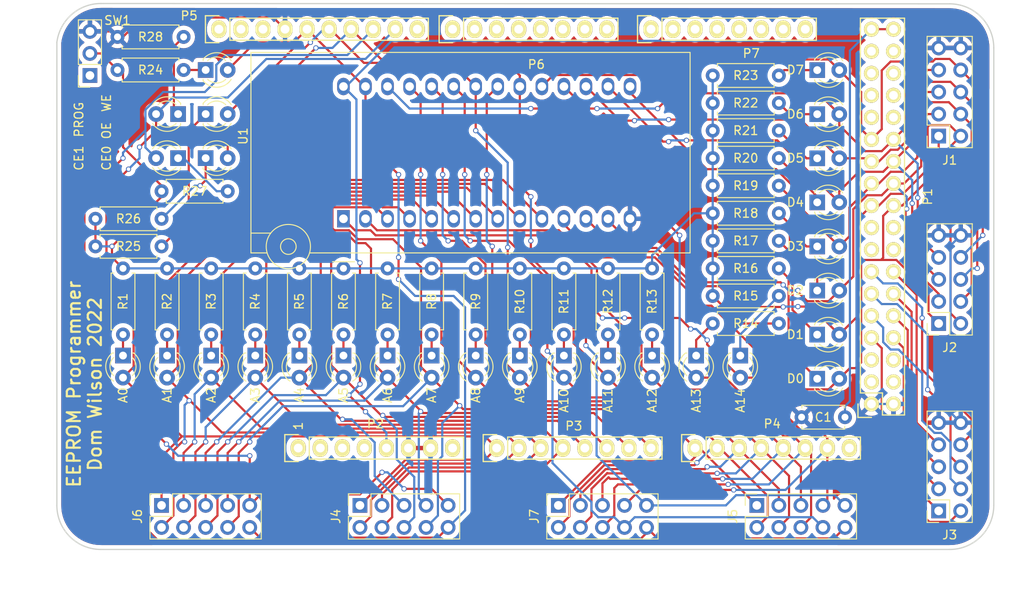
<source format=kicad_pcb>
(kicad_pcb (version 20211014) (generator pcbnew)
  (title_block (date "mar. 31 mars 2015"))
  (layers (0 "F.Cu" signal) (31 "B.Cu" signal) (34 "B.Paste" user) (35 "F.Paste" user) (36 "B.SilkS" user "B.Silkscreen") (37 "F.SilkS" user "F.Silkscreen") (38 "B.Mask" user) (39 "F.Mask" user) (44 "Edge.Cuts" user))
  (net 0 "")
  (net 1 "GND")
  (net 2 "/52(SCK)")
  (net 3 "/53(SS)")
  (net 4 "/50(MISO)")
  (net 5 "/51(MOSI)")
  (net 6 "/48")
  (net 7 "/49")
  (net 8 "/46")
  (net 9 "/47")
  (net 10 "/44")
  (net 11 "/45")
  (net 12 "/42")
  (net 13 "/43")
  (net 14 "/40")
  (net 15 "/41")
  (net 16 "/38")
  (net 17 "/39")
  (net 18 "/36")
  (net 19 "/37")
  (net 20 "/34")
  (net 21 "/35")
  (net 22 "/32")
  (net 23 "/33")
  (net 24 "/30")
  (net 25 "/31")
  (net 26 "/28")
  (net 27 "/29")
  (net 28 "/26")
  (net 29 "/27")
  (net 30 "/24")
  (net 31 "/25")
  (net 32 "/22")
  (net 33 "/23")
  (net 34 "+5V")
  (net 35 "/IOREF")
  (net 36 "/Reset")
  (net 37 "/Vin")
  (net 38 "/A0")
  (net 39 "/A1")
  (net 40 "/A2")
  (net 41 "/A3")
  (net 42 "/A4")
  (net 43 "/A5")
  (net 44 "/A6")
  (net 45 "/A7")
  (net 46 "/A8")
  (net 47 "/A9")
  (net 48 "/A10")
  (net 49 "/A11")
  (net 50 "/A12")
  (net 51 "/A13")
  (net 52 "/A14")
  (net 53 "/A15")
  (net 54 "/SCL")
  (net 55 "/SDA")
  (net 56 "/AREF")
  (net 57 "/13(**)")
  (net 58 "/12(**)")
  (net 59 "/11(**)")
  (net 60 "/10(**)")
  (net 61 "/9(**)")
  (net 62 "/8(**)")
  (net 63 "/7(**)")
  (net 64 "/6(**)")
  (net 65 "/5(**)")
  (net 66 "/4(**)")
  (net 67 "/3(**)")
  (net 68 "/2(**)")
  (net 69 "/20(SDA)")
  (net 70 "/21(SCL)")
  (net 72 "+3V3")
  (net 73 "/1(Tx0)")
  (net 74 "/0(Rx0)")
  (net 75 "/14(Tx3)")
  (net 76 "/15(Rx3)")
  (net 77 "/16(Tx2)")
  (net 78 "/17(Rx2)")
  (net 79 "/18(Tx1)")
  (net 80 "/19(Rx1)")
  (net 81 "Net-(CE1-Pad1)")
  (net 82 "Net-(OE1-Pad1)")
  (net 83 "Net-(D1-Pad1)")
  (net 84 "Net-(D2-Pad1)")
  (net 85 "Net-(D3-Pad1)")
  (net 86 "Net-(D4-Pad1)")
  (net 87 "Net-(D5-Pad1)")
  (net 88 "Net-(D6-Pad1)")
  (net 89 "Net-(D7-Pad1)")
  (net 90 "Net-(PROG1-Pad1)")
  (net 91 "Net-(WE1-Pad1)")
  (net 92 "Net-(CE0-Pad1)")
  (net 93 "Net-(R17-Pad1)")
  (net 95 "Net-(D0-Pad1)")
  (net 96 "Net-(A0-Pad1)")
  (net 97 "Net-(A1-Pad1)")
  (net 98 "Net-(A2-Pad1)")
  (net 99 "Net-(A3-Pad1)")
  (net 100 "Net-(A4-Pad1)")
  (net 101 "Net-(A5-Pad1)")
  (net 102 "Net-(A6-Pad1)")
  (net 103 "Net-(A7-Pad1)")
  (net 104 "Net-(A8-Pad1)")
  (net 105 "Net-(A9-Pad1)")
  (net 106 "Net-(A10-Pad1)")
  (net 107 "Net-(A11-Pad1)")
  (net 108 "Net-(A12-Pad1)")
  (net 109 "Net-(A13-Pad1)")
  (net 110 "Net-(A14-Pad1)")
  (footprint "Socket_Arduino_Mega:Socket_Strip_Arduino_2x18" (layer "F.Cu") (at 197.358 114.046 90)
    (fp_text reference "P1")
    (fp_text value "Digital")
  )
  (footprint "Socket_Arduino_Mega:Socket_Strip_Arduino_1x08" (layer "F.Cu") (at 131.318 119.126)
    (fp_text reference "P2")
    (fp_text value "Power")
  )
  (footprint "Socket_Arduino_Mega:Socket_Strip_Arduino_1x08" (layer "F.Cu") (at 154.178 119.126)
    (fp_text reference "P3")
    (fp_text value "Analog")
  )
  (footprint "Socket_Arduino_Mega:Socket_Strip_Arduino_1x08" (layer "F.Cu") (at 177.038 119.126)
    (fp_text reference "P4")
    (fp_text value "Analog")
  )
  (footprint "Socket_Arduino_Mega:Socket_Strip_Arduino_1x10" (layer "F.Cu") (at 122.174 70.866)
    (fp_text reference "P5")
    (fp_text value "PWM")
  )
  (footprint "Socket_Arduino_Mega:Socket_Strip_Arduino_1x08" (layer "F.Cu") (at 149.098 70.866)
    (fp_text reference "P6")
    (fp_text value "PWM")
  )
  (footprint "Socket_Arduino_Mega:Socket_Strip_Arduino_1x08" (layer "F.Cu") (at 171.958 70.866)
    (fp_text reference "P7")
    (fp_text value "Communication")
  )
  (footprint "LED_THT:LED_D3.0mm" (layer "F.Cu") (at 156.845 108.475 -90)
    (fp_text reference "A9")
    (fp_text value "LED")
  )
  (footprint "LED_THT:LED_D3.0mm" (layer "F.Cu") (at 172.085 108.475 -90)
    (fp_text reference "A12")
    (fp_text value "LED")
  )
  (footprint "LED_THT:LED_D3.0mm" (layer "F.Cu") (at 191.112255 90.818856)
    (fp_text reference "D4")
    (fp_text value "LED")
  )
  (footprint "LED_THT:LED_D3.0mm" (layer "F.Cu") (at 146.685 108.475 -90)
    (fp_text reference "A7")
    (fp_text value "LED")
  )
  (footprint "LED_THT:LED_D3.0mm" (layer "F.Cu") (at 191.112255 85.738856)
    (fp_text reference "D5")
    (fp_text value "LED")
  )
  (footprint "Connector:PinSocket_2x05_P2.54mm_Vertical" (layer "F.Cu") (at 205.105 104.775 180)
    (fp_text reference "J2")
    (fp_text value "Conn_02x05_Odd_Even")
  )
  (footprint "Resistor_THT:R_Axial_DIN0207_L6.3mm_D2.5mm_P7.62mm_Horizontal" (layer "F.Cu") (at 179.07 85.725)
    (fp_text reference "R20")
    (fp_text value "R")
  )
  (footprint "Resistor_THT:R_Axial_DIN0207_L6.3mm_D2.5mm_P7.62mm_Horizontal" (layer "F.Cu") (at 126.365 98.425 -90)
    (fp_text reference "R4")
    (fp_text value "R")
  )
  (footprint "LED_THT:LED_D3.0mm" (layer "F.Cu") (at 177.165 108.475 -90)
    (fp_text reference "A13")
    (fp_text value "LED")
  )
  (footprint "Resistor_THT:R_Axial_DIN0207_L6.3mm_D2.5mm_P7.62mm_Horizontal" (layer "F.Cu") (at 179.07 82.55)
    (fp_text reference "R21")
    (fp_text value "R")
  )
  (footprint "LED_THT:LED_D3.0mm" (layer "F.Cu") (at 136.525 108.47 -90)
    (fp_text reference "A5")
    (fp_text value "LED")
  )
  (footprint "LED_THT:LED_D3.0mm" (layer "F.Cu") (at 191.107255 106.058856)
    (fp_text reference "D1")
    (fp_text value "LED")
  )
  (footprint "Socket:DIP_Socket-28_W11.9_W12.7_W15.24_W17.78_W18.5_3M_228-1277-00-0602J" (layer "F.Cu") (at 136.525 92.71 90)
    (fp_text reference "U1")
    (fp_text value "28C256")
  )
  (footprint "LED_THT:LED_D3.0mm" (layer "F.Cu") (at 161.925 108.475 -90)
    (fp_text reference "A10")
    (fp_text value "LED")
  )
  (footprint "LED_THT:LED_D3.0mm" (layer "F.Cu") (at 167.005 108.475 -90)
    (fp_text reference "A11")
    (fp_text value "LED")
  )
  (footprint "Resistor_THT:R_Axial_DIN0207_L6.3mm_D2.5mm_P7.62mm_Horizontal" (layer "F.Cu") (at 110.49 71.755)
    (fp_text reference "R28")
    (fp_text value "R")
  )
  (footprint "Resistor_THT:R_Axial_DIN0207_L6.3mm_D2.5mm_P7.62mm_Horizontal" (layer "F.Cu") (at 179.07 92.075)
    (fp_text reference "R18")
    (fp_text value "R")
  )
  (footprint "Resistor_THT:R_Axial_DIN0207_L6.3mm_D2.5mm_P7.62mm_Horizontal" (layer "F.Cu") (at 179.07 79.375)
    (fp_text reference "R22")
    (fp_text value "R")
  )
  (footprint "Resistor_THT:R_Axial_DIN0207_L6.3mm_D2.5mm_P7.62mm_Horizontal" (layer "F.Cu") (at 161.925 98.425 -90)
    (fp_text reference "R11")
    (fp_text value "R")
  )
  (footprint "Resistor_THT:R_Axial_DIN0207_L6.3mm_D2.5mm_P7.62mm_Horizontal" (layer "F.Cu") (at 179.07 76.2)
    (fp_text reference "R23")
    (fp_text value "R")
  )
  (footprint "Resistor_THT:R_Axial_DIN0207_L6.3mm_D2.5mm_P7.62mm_Horizontal" (layer "F.Cu") (at 172.085 98.425 -90)
    (fp_text reference "R13")
    (fp_text value "R")
  )
  (footprint "Connector:PinSocket_2x05_P2.54mm_Vertical" (layer "F.Cu") (at 115.565 125.73 90)
    (fp_text reference "J6")
    (fp_text value "Conn_02x05_Odd_Even")
  )
  (footprint "LED_THT:LED_D3.0mm" (layer "F.Cu") (at 111.125 108.47 -90)
    (fp_text reference "A0")
    (fp_text value "LED")
  )
  (footprint "Connector:PinSocket_2x05_P2.54mm_Vertical" (layer "F.Cu") (at 161.285 125.73 90)
    (fp_text reference "J7")
    (fp_text value "Conn_02x05_Odd_Even")
  )
  (footprint "Resistor_THT:R_Axial_DIN0207_L6.3mm_D2.5mm_P7.62mm_Horizontal" (layer "F.Cu") (at 141.605 98.425 -90)
    (fp_text reference "R7")
    (fp_text value "R")
  )
  (footprint "Connector:PinSocket_2x05_P2.54mm_Vertical" (layer "F.Cu") (at 205.105 83.185 180)
    (fp_text reference "J1")
    (fp_text value "Conn_02x05_Odd_Even")
  )
  (footprint "LED_THT:LED_D3.0mm" (layer "F.Cu") (at 117.475 85.725 180)
    (fp_text reference "CE1")
    (fp_text value "LED")
  )
  (footprint "Resistor_THT:R_Axial_DIN0207_L6.3mm_D2.5mm_P7.62mm_Horizontal" (layer "F.Cu") (at 167.005 98.425 -90)
    (fp_text reference "R12")
    (fp_text value "R")
  )
  (footprint "Resistor_THT:R_Axial_DIN0207_L6.3mm_D2.5mm_P7.62mm_Horizontal" (layer "F.Cu") (at 179.07 95.25)
    (fp_text reference "R17")
    (fp_text value "R")
  )
  (footprint "Resistor_THT:R_Axial_DIN0207_L6.3mm_D2.5mm_P7.62mm_Horizontal" (layer "F.Cu") (at 179.07 101.6)
    (fp_text reference "R15")
    (fp_text value "R")
  )
  (footprint "Resistor_THT:R_Axial_DIN0207_L6.3mm_D2.5mm_P7.62mm_Horizontal" (layer "F.Cu") (at 111.125 98.425 -90)
    (fp_text reference "R1")
    (fp_text value "R")
  )
  (footprint "Resistor_THT:R_Axial_DIN0207_L6.3mm_D2.5mm_P7.62mm_Horizontal" (layer "F.Cu") (at 151.765 98.425 -90)
    (fp_text reference "R9")
    (fp_text value "R")
  )
  (footprint "Resistor_THT:R_Axial_DIN0207_L6.3mm_D2.5mm_P7.62mm_Horizontal" (layer "F.Cu") (at 115.57 89.535)
    (fp_text reference "R27")
    (fp_text value "R")
  )
  (footprint "LED_THT:LED_D3.0mm" (layer "F.Cu") (at 191.112255 111.138856)
    (fp_text reference "D0")
    (fp_text value "LED")
  )
  (footprint "Resistor_THT:R_Axial_DIN0207_L6.3mm_D2.5mm_P7.62mm_Horizontal" (layer "F.Cu") (at 156.845 98.425 -90)
    (fp_text reference "R10")
    (fp_text value "R")
  )
  (footprint "LED_THT:LED_D3.0mm" (layer "F.Cu") (at 120.65 80.645)
    (fp_text reference "OE")
    (fp_text value "LED")
  )
  (footprint "Resistor_THT:R_Axial_DIN0207_L6.3mm_D2.5mm_P7.62mm_Horizontal" (layer "F.Cu") (at 107.95 92.71)
    (fp_text reference "R26")
    (fp_text value "R")
  )
  (footprint "Resistor_THT:R_Axial_DIN0207_L6.3mm_D2.5mm_P7.62mm_Horizontal" (layer "F.Cu") (at 107.95 95.885)
    (fp_text reference "R25")
    (fp_text value "R")
  )
  (footprint "Connector:PinSocket_2x05_P2.54mm_Vertical" (layer "F.Cu") (at 138.425 125.73 90)
    (fp_text reference "J4")
    (fp_text value "Conn_02x05_Odd_Even")
  )
  (footprint "Resistor_THT:R_Axial_DIN0207_L6.3mm_D2.5mm_P7.62mm_Horizontal" (layer "F.Cu") (at 146.685 98.425 -90)
    (fp_text reference "R8")
    (fp_text value "R")
  )
  (footprint "Resistor_THT:R_Axial_DIN0207_L6.3mm_D2.5mm_P7.62mm_Horizontal" (layer "F.Cu") (at 179.07 88.9)
    (fp_text reference "R19")
    (fp_text value "R")
  )
  (footprint "LED_THT:LED_D3.0mm" (layer "F.Cu") (at 126.365 108.47 -90)
    (fp_text reference "A3")
    (fp_text value "LED")
  )
  (footprint "Resistor_THT:R_Axial_DIN0207_L6.3mm_D2.5mm_P7.62mm_Horizontal" (layer "F.Cu") (at 110.49 75.565)
    (fp_text reference "R24")
    (fp_text value "R")
  )
  (footprint "LED_THT:LED_D3.0mm" (layer "F.Cu") (at 191.112255 95.898856)
    (fp_text reference "D3")
    (fp_text value "LED")
  )
  (footprint "LED_THT:LED_D3.0mm" (layer "F.Cu") (at 151.765 108.475 -90)
    (fp_text reference "A8")
    (fp_text value "LED")
  )
  (footprint "LED_THT:LED_D3.0mm" (layer "F.Cu") (at 191.112255 75.578856)
    (fp_text reference "D7")
    (fp_text value "LED")
  )
  (footprint "Resistor_THT:R_Axial_DIN0207_L6.3mm_D2.5mm_P7.62mm_Horizontal" (layer "F.Cu") (at 116.205 98.425 -90)
    (fp_text reference "R2")
    (fp_text value "R")
  )
  (footprint "LED_THT:LED_D3.0mm" (layer "F.Cu") (at 116.205 108.475 -90)
    (fp_text reference "A1")
    (fp_text value "LED")
  )
  (footprint "LED_THT:LED_D3.0mm" (layer "F.Cu") (at 191.112255 80.658856)
    (fp_text reference "D6")
    (fp_text value "LED")
  )
  (footprint "LED_THT:LED_D3.0mm" (layer "F.Cu") (at 120.65 75.565)
    (fp_text reference "WE")
    (fp_text value "LED")
  )
  (footprint "Resistor_THT:R_Axial_DIN0207_L6.3mm_D2.5mm_P7.62mm_Horizontal" (layer "F.Cu") (at 186.69 104.775 180)
    (fp_text reference "R14")
    (fp_text value "R")
  )
  (footprint "LED_THT:LED_D3.0mm" (layer "F.Cu") (at 120.65 85.725)
    (fp_text reference "CE0")
    (fp_text value "LED")
  )
  (footprint "Resistor_THT:R_Axial_DIN0207_L6.3mm_D2.5mm_P7.62mm_Horizontal" (layer "F.Cu") (at 131.445 98.425 -90)
    (fp_text reference "R5")
    (fp_text value "R")
  )
  (footprint "LED_THT:LED_D3.0mm" (layer "F.Cu") (at 121.285 108.475 -90)
    (fp_text reference "A2")
    (fp_text value "LED")
  )
  (footprint "LED_THT:LED_D3.0mm" (layer "F.Cu") (at 141.605 108.47 -90)
    (fp_text reference "A6")
    (fp_text value "LED")
  )
  (footprint "Resistor_THT:R_Axial_DIN0207_L6.3mm_D2.5mm_P7.62mm_Horizontal" (layer "F.Cu") (at 179.07 98.425)
    (fp_text reference "R16")
    (fp_text value "R")
  )
  (footprint "Connector:PinSocket_2x05_P2.54mm_Vertical" (layer "F.Cu") (at 205.105 126.365 180)
    (fp_text reference "J3")
    (fp_text value "Conn_02x05_Odd_Even")
  )
  (footprint "Connector:PinSocket_2x05_P2.54mm_Vertical" (layer "F.Cu") (at 184.15 125.73 90)
    (fp_text reference "J5")
    (fp_text value "Conn_02x05_Odd_Even")
  )
  (footprint "LED_THT:LED_D3.0mm" (layer "F.Cu") (at 117.475 80.645 180)
    (fp_text reference "PROG")
    (fp_text value "LED")
  )
  (footprint "Capacitor_THT:C_Disc_D4.7mm_W2.5mm_P5.00mm" (layer "F.Cu") (at 194.31 115.57 180)
    (fp_text reference "C1")
    (fp_text value "C")
  )
  (footprint "Connector_PinSocket_2.54mm:PinSocket_1x03_P2.54mm_Vertical" (layer "F.Cu") (at 107.315 76.2 180)
    (fp_text reference "SW1")
    (fp_text value "SW_SPDT")
  )
  (footprint "LED_THT:LED_D3.0mm" (layer "F.Cu") (at 182.245 108.475 -90)
    (fp_text reference "A14")
    (fp_text value "LED")
  )
  (footprint "Resistor_THT:R_Axial_DIN0207_L6.3mm_D2.5mm_P7.62mm_Horizontal" (layer "F.Cu") (at 136.525 98.425 -90)
    (fp_text reference "R6")
    (fp_text value "R")
  )
  (footprint "LED_THT:LED_D3.0mm" (layer "F.Cu") (at 191.112255 100.978856)
    (fp_text reference "D2")
    (fp_text value "LED")
  )
  (footprint "Resistor_THT:R_Axial_DIN0207_L6.3mm_D2.5mm_P7.62mm_Horizontal" (layer "F.Cu") (at 121.285 98.425 -90)
    (fp_text reference "R3")
    (fp_text value "R")
  )
  (footprint "LED_THT:LED_D3.0mm" (layer "F.Cu") (at 131.445 108.475 -90)
    (fp_text reference "A4")
    (fp_text value "LED")
  )
  (gr_line (start 206.375 130.81) (end 108.585 130.81) (layer "Edge.Cuts") (width 0.15))
  (gr_line (start 108.585 67.905467) (end 206.375 67.945) (layer "Edge.Cuts") (width 0.15))
  (gr_line (start 103.505 125.73) (end 103.505001 72.39) (layer "Edge.Cuts") (width 0.15))
  (gr_arc (start 211.455 125.73) (mid 209.967102 129.322102) (end 206.375 130.81) (layer "Edge.Cuts") (width 0.15))
  (gr_arc (start 103.505001 72.39) (mid 105.19688 69.186998) (end 108.585 67.905467) (layer "Edge.Cuts") (width 0.15))
  (gr_line (start 211.455 73.025) (end 211.455 125.73) (layer "Edge.Cuts") (width 0.15))
  (gr_arc (start 206.375 67.945) (mid 209.967102 69.432898) (end 211.455 73.025) (layer "Edge.Cuts") (width 0.15))
  (gr_arc (start 108.585 130.81) (mid 104.992898 129.322102) (end 103.505 125.73) (layer "Edge.Cuts") (width 0.15))
  (gr_text "EEPROM Programmer\nDom Wilson 2022" (at 106.68 111.76 90) (layer "F.SilkS") (effects (font (size 1.5 1.5) (thickness 0.25))))
  (gr_text "1" (at 131.318 116.586 90) (layer "F.SilkS") (effects (font (size 1 1))))
  (segment (start 109.855 71.12) (end 110.49 71.755) (width 0.25) (layer "F.Cu") (net 1))
  (segment (start 111.125 71.755) (end 113.35452 69.52548) (width 0.25) (layer "F.Cu") (net 1))
  (segment (start 107.315 71.12) (end 109.855 71.12) (width 0.25) (layer "F.Cu") (net 1))
  (segment (start 128.45348 69.52548) (end 129.794 70.866) (width 0.25) (layer "F.Cu") (net 1))
  (segment (start 113.35452 69.52548) (end 128.45348 69.52548) (width 0.25) (layer "F.Cu") (net 1))
  (segment (start 206.470489 115.030489) (end 207.645 116.205) (width 0.25) (layer "B.Cu") (net 1))
  (segment (start 206.470489 95.789511) (end 206.470489 115.030489) (width 0.25) (layer "B.Cu") (net 1))
  (segment (start 197.358 114.046) (end 199.898 114.046) (width 0.25) (layer "B.Cu") (net 1))
  (segment (start 207.645 94.615) (end 206.470489 95.789511) (width 0.25) (layer "B.Cu") (net 1))
  (segment (start 205.105 94.615) (end 207.645 94.615) (width 0.25) (layer "B.Cu") (net 1))
  (segment (start 207.645 116.205) (end 205.105 116.205) (width 0.25) (layer "B.Cu") (net 1))
  (segment (start 204.025978 127.635) (end 206.375 127.635) (width 0.25) (layer "F.Cu") (net 6))
  (segment (start 206.375 127.635) (end 207.645 126.365) (width 0.25) (layer "F.Cu") (net 6))
  (segment (start 197.358 106.426) (end 198.546111 107.614111) (width 0.25) (layer "F.Cu") (net 6))
  (segment (start 198.546111 107.614111) (end 198.546111 122.155133) (width 0.25) (layer "F.Cu") (net 6))
  (segment (start 198.546111 122.155133) (end 204.025978 127.635) (width 0.25) (layer "F.Cu") (net 6))
  (segment (start 201.086111 122.346111) (end 205.105 126.365) (width 0.25) (layer "F.Cu") (net 7))
  (segment (start 201.086111 107.614111) (end 201.086111 122.346111) (width 0.25) (layer "F.Cu") (net 7))
  (segment (start 199.898 106.426) (end 201.086111 107.614111) (width 0.25) (layer "F.Cu") (net 7))
  (segment (start 199.569645 107.777889) (end 200.487889 107.777889) (width 0.25) (layer "B.Cu") (net 8))
  (segment (start 203.210489 110.500489) (end 203.210489 115.971499) (width 0.25) (layer "B.Cu") (net 8))
  (segment (start 203.210489 115.971499) (end 204.618501 117.379511) (width 0.25) (layer "B.Cu") (net 8))
  (segment (start 200.487889 107.777889) (end 203.210489 110.500489) (width 0.25) (layer "B.Cu") (net 8))
  (segment (start 206.470489 122.650489) (end 207.645 123.825) (width 0.25) (layer "B.Cu") (net 8))
  (segment (start 206.470489 118.449479) (end 206.470489 122.650489) (width 0.25) (layer "B.Cu") (net 8))
  (segment (start 198.709889 105.237889) (end 198.709889 106.918133) (width 0.25) (layer "B.Cu") (net 8))
  (segment (start 204.618501 117.379511) (end 205.400521 117.379511) (width 0.25) (layer "B.Cu") (net 8))
  (segment (start 205.400521 117.379511) (end 206.470489 118.449479) (width 0.25) (layer "B.Cu") (net 8))
  (segment (start 198.709889 106.918133) (end 199.569645 107.777889) (width 0.25) (layer "B.Cu") (net 8))
  (segment (start 197.358 103.886) (end 198.709889 105.237889) (width 0.25) (layer "B.Cu") (net 8))
  (segment (start 205.105 123.825) (end 201.535631 120.255631) (width 0.25) (layer "F.Cu") (net 9))
  (segment (start 201.535631 120.255631) (end 201.535631 105.523631) (width 0.25) (layer "F.Cu") (net 9))
  (segment (start 201.535631 105.523631) (end 199.898 103.886) (width 0.25) (layer "F.Cu") (net 9))
  (segment (start 206.470489 120.110489) (end 207.645 121.285) (width 0.25) (layer "F.Cu") (net 10))
  (segment (start 206.470489 115.030489) (end 206.470489 120.110489) (width 0.25) (layer "F.Cu") (net 10))
  (segment (start 203.835 112.395) (end 206.470489 115.030489) (width 0.25) (layer "F.Cu") (net 10))
  (via (at 203.835 112.395) (size 0.6) (drill 0.4) (layers "F.Cu" "B.Cu") (net 10))
  (segment (start 203.835 106.045) (end 203.835 112.395) (width 0.25) (layer "B.Cu") (net 10))
  (segment (start 198.546111 102.534111) (end 200.324111 102.534111) (width 0.25) (layer "B.Cu") (net 10))
  (segment (start 197.358 101.346) (end 198.546111 102.534111) (width 0.25) (layer "B.Cu") (net 10))
  (segment (start 200.324111 102.534111) (end 203.835 106.045) (width 0.25) (layer "B.Cu") (net 10))
  (segment (start 201.985151 118.165151) (end 201.985151 103.433151) (width 0.25) (layer "F.Cu") (net 11))
  (segment (start 201.985151 103.433151) (end 199.898 101.346) (width 0.25) (layer "F.Cu") (net 11))
  (segment (start 205.105 121.285) (end 201.985151 118.165151) (width 0.25) (layer "F.Cu") (net 11))
  (segment (start 208.915 117.475) (end 207.645 118.745) (width 0.25) (layer "F.Cu") (net 12))
  (segment (start 203.2 110.09899) (end 208.915 115.81399) (width 0.25) (layer "F.Cu") (net 12))
  (segment (start 203.2 104.14) (end 203.2 110.09899) (width 0.25) (layer "F.Cu") (net 12))
  (segment (start 208.915 115.81399) (end 208.915 117.475) (width 0.25) (layer "F.Cu") (net 12))
  (via (at 203.2 104.14) (size 0.6) (drill 0.4) (layers "F.Cu" "B.Cu") (net 12))
  (segment (start 198.709889 100.157889) (end 200.390133 100.157889) (width 0.25) (layer "B.Cu") (net 12))
  (segment (start 197.358 98.806) (end 198.709889 100.157889) (width 0.25) (layer "B.Cu") (net 12))
  (segment (start 200.390133 100.157889) (end 203.2 102.967756) (width 0.25) (layer "B.Cu") (net 12))
  (segment (start 203.2 102.967756) (end 203.2 104.14) (width 0.25) (layer "B.Cu") (net 12))
  (segment (start 202.565 101.473) (end 202.565 116.205) (width 0.25) (layer "F.Cu") (net 13))
  (segment (start 199.898 98.806) (end 202.565 101.473) (width 0.25) (layer "F.Cu") (net 13))
  (segment (start 202.565 116.205) (end 205.105 118.745) (width 0.25) (layer "F.Cu") (net 13))
  (segment (start 199.569645 89.834111) (end 200.995889 89.834111) (width 0.25) (layer "F.Cu") (net 18))
  (segment (start 203.835 86.995) (end 203.835 82.105978) (width 0.25) (layer "F.Cu") (net 18))
  (segment (start 198.217756 91.186) (end 199.569645 89.834111) (width 0.25) (layer "F.Cu") (net 18))
  (segment (start 206.470489 103.600489) (end 207.645 104.775) (width 0.25) (layer "F.Cu") (net 18))
  (segment (start 172.406018 96.52) (end 168.275 96.52) (width 0.25) (layer "F.Cu") (net 18))
  (segment (start 206.470489 84.359511) (end 206.470489 103.600489) (width 0.25) (layer "F.Cu") (net 18))
  (segment (start 195.720369 103.985742) (end 195.720369 92.823631) (width 0.25) (layer "F.Cu") (net 18))
  (segment (start 204.025978 81.915) (end 206.375 81.915) (width 0.25) (layer "F.Cu") (net 18))
  (segment (start 195.720369 92.823631) (end 197.358 91.186) (width 0.25) (layer "F.Cu") (net 18))
  (segment (start 182.245 102.87) (end 179.850489 100.475489) (width 0.25) (layer "F.Cu") (net 18))
  (segment (start 190.414386 102.825987) (end 188.888531 102.825987) (width 0.25) (layer "F.Cu") (net 18))
  (segment (start 197.358 91.186) (end 198.217756 91.186) (width 0.25) (layer "F.Cu") (net 18))
  (segment (start 206.375 81.915) (end 207.645 83.185) (width 0.25) (layer "F.Cu") (net 18))
  (segment (start 200.995889 89.834111) (end 203.835 86.995) (width 0.25) (layer "F.Cu") (net 18))
  (segment (start 176.361507 100.475489) (end 172.406018 96.52) (width 0.25) (layer "F.Cu") (net 18))
  (segment (start 168.275 96.52) (end 164.465 92.71) (width 0.25) (layer "F.Cu") (net 18))
  (segment (start 179.850489 100.475489) (end 176.361507 100.475489) (width 0.25) (layer "F.Cu") (net 18))
  (segment (start 203.835 82.105978) (end 204.025978 81.915) (width 0.25) (layer "F.Cu") (net 18))
  (segment (start 207.645 83.185) (end 206.470489 84.359511) (width 0.25) (layer "F.Cu") (net 18))
  (segment (start 193.647255 106.058856) (end 195.720369 103.985742) (width 0.25) (layer "F.Cu") (net 18))
  (segment (start 193.647255 106.058856) (end 190.414386 102.825987) (width 0.25) (layer "F.Cu") (net 18))
  (segment (start 187.190011 102.87) (end 182.245 102.87) (width 0.25) (layer "F.Cu") (net 18))
  (via (at 188.888531 102.825987) (size 0.6) (drill 0.4) (layers "F.Cu" "B.Cu") (net 18))
  (via (at 187.190011 102.87) (size 0.6) (drill 0.4) (layers "F.Cu" "B.Cu") (net 18))
  (segment (start 187.234024 102.825987) (end 187.190011 102.87) (width 0.25) (layer "B.Cu") (net 18))
  (segment (start 188.888531 102.825987) (end 187.234024 102.825987) (width 0.25) (layer "B.Cu") (net 18))
  (segment (start 194.876766 109.914345) (end 195.520655 109.914345) (width 0.25) (layer "F.Cu") (net 19))
  (segment (start 195.520655 109.914345) (end 196.169889 109.265111) (width 0.25) (layer "F.Cu") (net 19))
  (segment (start 193.652255 111.138856) (end 192.427744 112.363367) (width 0.25) (layer "F.Cu") (net 19))
  (segment (start 196.169889 109.265111) (end 196.169889 97.835111) (width 0.25) (layer "F.Cu") (net 19))
  (segment (start 178.924511 102.724511) (end 177.974811 102.724511) (width 0.25) (layer "F.Cu") (net 19))
  (segment (start 188.563367 112.363367) (end 178.924511 102.724511) (width 0.25) (layer "F.Cu") (net 19))
  (segment (start 200.914 91.186) (end 205.105 86.995) (width 0.25) (layer "F.Cu") (net 19))
  (segment (start 203.930489 101.158245) (end 203.930489 103.600489) (width 0.25) (layer "F.Cu") (net 19))
  (segment (start 198.455889 97.454111) (end 200.226355 97.454111) (width 0.25) (layer "F.Cu") (net 19))
  (segment (start 177.974811 102.724511) (end 172.4053 97.155) (width 0.25) (layer "F.Cu") (net 19))
  (segment (start 196.169889 97.835111) (end 196.550889 97.454111) (width 0.25) (layer "F.Cu") (net 19))
  (segment (start 193.652255 111.138856) (end 194.876766 109.914345) (width 0.25) (layer "F.Cu") (net 19))
  (segment (start 196.550889 97.454111) (end 198.455889 97.454111) (width 0.25) (layer "F.Cu") (net 19))
  (segment (start 198.709889 92.374111) (end 199.898 91.186) (width 0.25) (layer "F.Cu") (net 19))
  (segment (start 199.898 91.186) (end 200.914 91.186) (width 0.25) (layer "F.Cu") (net 19))
  (segment (start 165.735 97.155) (end 161.925 93.345) (width 0.25) (layer "F.Cu") (net 19))
  (segment (start 203.930489 103.600489) (end 205.105 104.775) (width 0.25) (layer "F.Cu") (net 19))
  (segment (start 205.105 86.995) (end 205.105 83.185) (width 0.25) (layer "F.Cu") (net 19))
  (segment (start 198.709889 97.200111) (end 198.709889 92.374111) (width 0.25) (layer "F.Cu") (net 19))
  (segment (start 200.226355 97.454111) (end 203.930489 101.158245) (width 0.25) (layer "F.Cu") (net 19))
  (segment (start 198.455889 97.454111) (end 198.709889 97.200111) (width 0.25) (layer "F.Cu") (net 19))
  (segment (start 161.925 93.345) (end 161.925 92.71) (width 0.25) (layer "F.Cu") (net 19))
  (segment (start 172.4053 97.155) (end 165.735 97.155) (width 0.25) (layer "F.Cu") (net 19))
  (segment (start 192.427744 112.363367) (end 188.563367 112.363367) (width 0.25) (layer "F.Cu") (net 19))
  (segment (start 194.821329 91.406709) (end 197.358 88.870038) (width 0.25) (layer "F.Cu") (net 20))
  (segment (start 206.279511 79.279511) (end 207.645 80.645) (width 0.25) (layer "F.Cu") (net 20))
  (segment (start 200.995889 87.294111) (end 202.64356 85.64644) (width 0.25) (layer "F.Cu") (net 20))
  (segment (start 203.374049 79.279511) (end 206.279511 79.279511) (width 0.25) (layer "F.Cu") (net 20))
  (segment (start 193.652255 95.898856) (end 194.821329 94.729782) (width 0.25) (layer "F.Cu") (net 20))
  (segment (start 197.358 88.646) (end 198.217756 88.646) (width 0.25) (layer "F.Cu") (net 20))
  (segment (start 194.821329 94.729782) (end 194.821329 91.406709) (width 0.25) (layer "F.Cu") (net 20))
  (segment (start 198.217756 88.646) (end 199.569645 87.294111) (width 0.25) (layer "F.Cu") (net 20))
  (segment (start 199.569645 87.294111) (end 200.995889 87.294111) (width 0.25) (layer "F.Cu") (net 20))
  (segment (start 193.652255 95.898856) (end 188.85904 91.105641) (width 0.25) (layer "F.Cu") (net 20))
  (segment (start 188.85904 91.105641) (end 188.85904 89.47874) (width 0.25) (layer "F.Cu") (net 20))
  (segment (start 207.645 80.645) (end 208.915 81.915) (width 0.25) (layer "F.Cu") (net 20))
  (segment (start 178.38 86.995) (end 169.545 78.16) (width 0.25) (layer "F.Cu") (net 20))
  (segment (start 208.915 100.965) (end 207.645 102.235) (width 0.25) (layer "F.Cu") (net 20))
  (segment (start 202.64356 80.01) (end 203.374049 79.279511) (width 0.25) (layer "F.Cu") (net 20))
  (segment (start 208.915 81.915) (end 208.915 100.965) (width 0.25) (layer "F.Cu") (net 20))
  (segment (start 186.3753 86.995) (end 178.38 86.995) (width 0.25) (layer "F.Cu") (net 20))
  (segment (start 197.358 88.870038) (end 197.358 88.646) (width 0.25) (layer "F.Cu") (net 20))
  (segment (start 169.545 78.16) (end 169.545 77.47) (width 0.25) (layer "F.Cu") (net 20))
  (segment (start 188.85904 89.47874) (end 186.3753 86.995) (width 0.25) (layer "F.Cu") (net 20))
  (segment (start 202.64356 85.64644) (end 202.64356 80.01) (width 0.25) (layer "F.Cu") (net 20))
  (segment (start 195.270849 91.592907) (end 196.865867 89.997889) (width 0.25) (layer "F.Cu") (net 21))
  (segment (start 203.835 80.645) (end 205.105 80.645) (width 0.25) (layer "F.Cu") (net 21))
  (segment (start 193.652255 100.978856) (end 195.270849 99.360262) (width 0.25) (layer "F.Cu") (net 21))
  (segment (start 192.427744 102.203367) (end 189.951918 102.203367) (width 0.25) (layer "F.Cu") (net 21))
  (segment (start 186.88598 100.025969) (end 176.547705 100.025969) (width 0.25) (layer "F.Cu") (net 21))
  (segment (start 205.105 101.35601) (end 201.295 97.54601) (width 0.25) (layer "F.Cu") (net 21))
  (segment (start 188.888531 101.13998) (end 188.888531 100.965) (width 0.25) (layer "F.Cu") (net 21))
  (segment (start 187.190011 100.33) (end 186.88598 100.025969) (width 0.25) (layer "F.Cu") (net 21))
  (segment (start 198.546111 89.997889) (end 199.898 88.646) (width 0.25) (layer "F.Cu") (net 21))
  (segment (start 167.005 92.89548) (end 167.005 92.71) (width 0.25) (layer "F.Cu") (net 21))
  (segment (start 201.295 97.54601) (end 201.295 91.688178) (width 0.25) (layer "F.Cu") (net 21))
  (segment (start 199.898 88.646) (end 201.119314 88.646) (width 0.25) (layer "F.Cu") (net 21))
  (segment (start 176.547705 100.025969) (end 172.592215 96.07048) (width 0.25) (layer "F.Cu") (net 21))
  (segment (start 172.592215 96.07048) (end 170.18 96.07048) (width 0.25) (layer "F.Cu") (net 21))
  (segment (start 195.270849 99.360262) (end 195.270849 91.592907) (width 0.25) (layer "F.Cu") (net 21))
  (segment (start 203.09308 86.672234) (end 203.09308 81.38692) (width 0.25) (layer "F.Cu") (net 21))
  (segment (start 205.105 102.235) (end 205.105 101.35601) (width 0.25) (layer "F.Cu") (net 21))
  (segment (start 203.09308 81.38692) (end 203.835 80.645) (width 0.25) (layer "F.Cu") (net 21))
  (segment (start 193.652255 100.978856) (end 192.427744 102.203367) (width 0.25) (layer "F.Cu") (net 21))
  (segment (start 170.18 96.07048) (end 167.005 92.89548) (width 0.25) (layer "F.Cu") (net 21))
  (segment (start 201.119314 88.646) (end 203.09308 86.672234) (width 0.25) (layer "F.Cu") (net 21))
  (segment (start 196.865867 89.997889) (end 198.546111 89.997889) (width 0.25) (layer "F.Cu") (net 21))
  (segment (start 189.951918 102.203367) (end 188.888531 101.13998) (width 0.25) (layer "F.Cu") (net 21))
  (segment (start 201.295 91.688178) (end 201.419089 91.564089) (width 0.25) (layer "F.Cu") (net 21))
  (via (at 187.190011 100.33) (size 0.6) (drill 0.4) (layers "F.Cu" "B.Cu") (net 21))
  (via (at 201.419089 91.564089) (size 0.6) (drill 0.4) (layers "F.Cu" "B.Cu") (net 21))
  (via (at 188.888531 100.965) (size 0.6) (drill 0.4) (layers "F.Cu" "B.Cu") (net 21))
  (segment (start 188.888531 100.965) (end 187.825011 100.965) (width 0.25) (layer "B.Cu") (net 21))
  (segment (start 201.419089 90.167089) (end 199.898 88.646) (width 0.25) (layer "B.Cu") (net 21))
  (segment (start 201.419089 91.564089) (end 201.419089 90.167089) (width 0.25) (layer "B.Cu") (net 21))
  (segment (start 187.825011 100.965) (end 187.190011 100.33) (width 0.25) (layer "B.Cu") (net 21))
  (segment (start 203.105229 76.930489) (end 206.470489 76.930489) (width 0.25) (layer "F.Cu") (net 22))
  (segment (start 201.74452 83.399724) (end 201.74452 78.291198) (width 0.25) (layer "F.Cu") (net 22))
  (segment (start 200.390133 84.754111) (end 201.74452 83.399724) (width 0.25) (layer "F.Cu") (net 22))
  (segment (start 206.470489 76.930489) (end 207.645 78.105) (width 0.25) (layer "F.Cu") (net 22))
  (segment (start 193.652255 85.738856) (end 196.990856 85.738856) (width 0.25) (layer "F.Cu") (net 22))
  (segment (start 199.569645 84.754111) (end 200.390133 84.754111) (width 0.25) (layer "F.Cu") (net 22))
  (segment (start 201.74452 78.291198) (end 203.105229 76.930489) (width 0.25) (layer "F.Cu") (net 22))
  (segment (start 168.399089 81.404089) (end 164.465 77.47) (width 0.25) (layer "F.Cu") (net 22))
  (segment (start 198.217756 86.106) (end 199.569645 84.754111) (width 0.25) (layer "F.Cu") (net 22))
  (segment (start 207.645 78.105) (end 209.55 80.01) (width 0.25) (layer "F.Cu") (net 22))
  (segment (start 209.55 80.01) (end 209.55 98.425) (width 0.25) (layer "F.Cu") (net 22))
  (segment (start 197.358 86.106) (end 198.217756 86.106) (width 0.25) (layer "F.Cu") (net 22))
  (segment (start 196.990856 85.738856) (end 197.358 86.106) (width 0.25) (layer "F.Cu") (net 22))
  (segment (start 170.055911 81.404089) (end 168.399089 81.404089) (width 0.25) (layer "F.Cu") (net 22))
  (segment (start 189.193399 81.28) (end 193.652255 85.738856) (width 0.25) (layer "F.Cu") (net 22))
  (segment (start 189.193399 81.28) (end 173.99 81.28) (width 0.25) (layer "F.Cu") (net 22))
  (via (at 209.55 98.425) (size 0.6) (drill 0.4) (layers "F.Cu" "B.Cu") (net 22))
  (via (at 173.99 81.28) (size 0.6) (drill 0.4) (layers "F.Cu" "B.Cu") (net 22))
  (via (at 170.055911 81.404089) (size 0.6) (drill 0.4) (layers "F.Cu" "B.Cu") (net 22))
  (segment (start 208.915 98.425) (end 207.645 99.695) (width 0.25) (layer "B.Cu") (net 22))
  (segment (start 170.18 81.28) (end 170.055911 81.404089) (width 0.25) (layer "B.Cu") (net 22))
  (segment (start 173.99 81.28) (end 170.18 81.28) (width 0.25) (layer "B.Cu") (net 22))
  (segment (start 209.55 98.425) (end 208.915 98.425) (width 0.25) (layer "B.Cu") (net 22))
  (segment (start 186.50791 83.674511) (end 176.040489 83.674511) (width 0.25) (layer "F.Cu") (net 23))
  (segment (start 193.652255 90.818856) (end 186.50791 83.674511) (width 0.25) (layer "F.Cu") (net 23))
  (segment (start 173.355 83.82) (end 167.005 77.47) (width 0.25) (layer "F.Cu") (net 23))
  (segment (start 205.105 99.695) (end 202.054089 96.644089) (width 0.25) (layer "F.Cu") (net 23))
  (segment (start 202.19404 79.11096) (end 203.2 78.105) (width 0.25) (layer "F.Cu") (net 23))
  (segment (start 202.19404 83.80996) (end 202.19404 79.11096) (width 0.25) (layer "F.Cu") (net 23))
  (segment (start 199.898 86.106) (end 202.19404 83.80996) (width 0.25) (layer "F.Cu") (net 23))
  (segment (start 173.99 83.82) (end 173.355 83.82) (width 0.25) (layer "F.Cu") (net 23))
  (segment (start 202.054089 96.644089) (end 202.054089 90.929089) (width 0.25) (layer "F.Cu") (net 23))
  (segment (start 193.652255 90.818856) (end 193.652255 89.546064) (width 0.25) (layer "F.Cu") (net 23))
  (segment (start 195.904208 87.294111) (end 198.709889 87.294111) (width 0.25) (layer "F.Cu") (net 23))
  (segment (start 198.709889 87.294111) (end 199.898 86.106) (width 0.25) (layer "F.Cu") (net 23))
  (segment (start 203.2 78.105) (end 205.105 78.105) (width 0.25) (layer "F.Cu") (net 23))
  (segment (start 193.652255 89.546064) (end 195.904208 87.294111) (width 0.25) (layer "F.Cu") (net 23))
  (via (at 202.054089 90.929089) (size 0.6) (drill 0.4) (layers "F.Cu" "B.Cu") (net 23))
  (via (at 176.040489 83.674511) (size 0.6) (drill 0.4) (layers "F.Cu" "B.Cu") (net 23))
  (via (at 173.99 83.82) (size 0.6) (drill 0.4) (layers "F.Cu" "B.Cu") (net 23))
  (segment (start 176.040489 83.674511) (end 174.135489 83.674511) (width 0.25) (layer "B.Cu") (net 23))
  (segment (start 174.135489 83.674511) (end 173.99 83.82) (width 0.25) (layer "B.Cu") (net 23))
  (segment (start 202.054089 88.262089) (end 199.898 86.106) (width 0.25) (layer "B.Cu") (net 23))
  (segment (start 202.054089 90.929089) (end 202.054089 88.262089) (width 0.25) (layer "B.Cu") (net 23))
  (segment (start 193.652255 75.578856) (end 192.427744 74.354345) (width 0.25) (layer "F.Cu") (net 24))
  (segment (start 160.70952 76.14548) (end 159.385 77.47) (width 0.25) (layer "F.Cu") (net 24))
  (segment (start 210.185 78.105) (end 207.645 75.565) (width 0.25) (layer "F.Cu") (net 24))
  (segment (start 197.358 83.566) (end 198.546111 82.377889) (width 0.25) (layer "F.Cu") (net 24))
  (segment (start 204.414879 74.594111) (end 204.71399 74.295) (width 0.25) (layer "F.Cu") (net 24))
  (segment (start 210.185 94.615) (end 210.185 78.105) (width 0.25) (layer "F.Cu") (net 24))
  (segment (start 175.895 76.2) (end 175.84048 76.14548) (width 0.25) (layer "F.Cu") (net 24))
  (segment (start 198.546111 82.377889) (end 198.546111 75.617645) (width 0.25) (layer "F.Cu") (net 24))
  (segment (start 198.546111 75.617645) (end 199.569645 74.594111) (width 0.25) (layer "F.Cu") (net 24))
  (segment (start 196.169889 82.377889) (end 196.169889 78.09649) (width 0.25) (layer "F.Cu") (net 24))
  (segment (start 197.358 83.566) (end 196.169889 82.377889) (width 0.25) (layer "F.Cu") (net 24))
  (segment (start 192.427744 74.354345) (end 177.740655 74.354345) (width 0.25) (layer "F.Cu") (net 24))
  (segment (start 204.71399 74.295) (end 206.375 74.295) (width 0.25) (layer "F.Cu") (net 24))
  (segment (start 196.169889 78.09649) (end 193.652255 75.578856) (width 0.25) (layer "F.Cu") (net 24))
  (segment (start 175.84048 76.14548) (end 160.70952 76.14548) (width 0.25) (layer "F.Cu") (net 24))
  (segment (start 199.569645 74.594111) (end 204.414879 74.594111) (width 0.25) (layer "F.Cu") (net 24))
  (segment (start 177.740655 74.354345) (end 175.895 76.2) (width 0.25) (layer "F.Cu") (net 24))
  (segment (start 206.375 74.295) (end 207.645 75.565) (width 0.25) (layer "F.Cu") (net 24))
  (via (at 210.185 94.615) (size 0.6) (drill 0.4) (layers "F.Cu" "B.Cu") (net 24))
  (segment (start 207.645 97.155) (end 210.185 94.615) (width 0.25) (layer "B.Cu") (net 24))
  (segment (start 198.546111 84.917889) (end 199.898 83.566) (width 0.25) (layer "F.Cu") (net 25))
  (segment (start 201.295 78.105) (end 203.835 75.565) (width 0.25) (layer "F.Cu") (net 25))
  (segment (start 193.652255 81.931648) (end 196.638496 84.917889) (width 0.25) (layer "F.Cu") (net 25))
  (segment (start 193.652255 80.658856) (end 193.652255 81.931648) (width 0.25) (layer "F.Cu") (net 25))
  (segment (start 193.652255 80.658856) (end 191.243888 78.250489) (width 0.25) (layer "F.Cu") (net 25))
  (segment (start 165.735 80.01) (end 164.465 80.01) (width 0.25) (layer "F.Cu") (net 25))
  (segment (start 201.295 82.169) (end 201.295 78.105) (width 0.25) (layer "F.Cu") (net 25))
  (segment (start 164.465 80.01) (end 161.925 77.47) (width 0.25) (layer "F.Cu") (net 25))
  (segment (start 174.479511 78.250489) (end 172.72 80.01) (width 0.25) (layer "F.Cu") (net 25))
  (segment (start 202.689089 94.739089) (end 202.689089 90.294089) (width 0.25) (layer "F.Cu") (net 25))
  (segment (start 205.105 97.155) (end 202.689089 94.739089) (width 0.25) (layer "F.Cu") (net 25))
  (segment (start 196.638496 84.917889) (end 198.546111 84.917889) (width 0.25) (layer "F.Cu") (net 25))
  (segment (start 203.835 75.565) (end 205.105 75.565) (width 0.25) (layer "F.Cu") (net 25))
  (segment (start 174.479511 78.250489) (end 191.243888 78.250489) (width 0.25) (layer "F.Cu") (net 25))
  (segment (start 199.898 83.566) (end 201.295 82.169) (width 0.25) (layer "F.Cu") (net 25))
  (via (at 165.735 80.01) (size 0.6) (drill 0.4) (layers "F.Cu" "B.Cu") (net 25))
  (via (at 172.72 80.01) (size 0.6) (drill 0.4) (layers "F.Cu" "B.Cu") (net 25))
  (via (at 202.689089 90.294089) (size 0.6) (drill 0.4) (layers "F.Cu" "B.Cu") (net 25))
  (segment (start 202.689089 90.294089) (end 202.689089 86.357089) (width 0.25) (layer "B.Cu") (net 25))
  (segment (start 202.689089 86.357089) (end 199.898 83.566) (width 0.25) (layer "B.Cu") (net 25))
  (segment (start 172.72 80.01) (end 165.735 80.01) (width 0.25) (layer "B.Cu") (net 25))
  (segment (start 138.43 97.79) (end 138.43 111.76) (width 0.25) (layer "F.Cu") (net 34))
  (segment (start 199.898 70.866) (end 197.358 70.866) (width 0.25) (layer "F.Cu") (net 34))
  (segment (start 137.16 113.03) (end 139.065 114.935) (width 0.25) (layer "F.Cu") (net 34))
  (via (at 138.43 111.76) (size 0.6) (drill 0.4) (layers "F.Cu" "B.Cu") (net 34))
  (via (at 138.43 97.79) (size 0.6) (drill 0.4) (layers "F.Cu" "B.Cu") (net 34))
  (via (at 137.16 113.03) (size 0.6) (drill 0.4) (layers "F.Cu" "B.Cu") (net 34))
  (via (at 139.065 114.935) (size 0.6) (drill 0.4) (layers "F.Cu" "B.Cu") (net 34))
  (segment (start 194.876766 73.347234) (end 194.876766 113.733234) (width 0.25) (layer "B.Cu") (net 34))
  (segment (start 138.43 111.76) (end 137.16 113.03) (width 0.25) (layer "B.Cu") (net 34))
  (segment (start 142.06848 72.20652) (end 196.01748 72.20652) (width 0.25) (layer "B.Cu") (net 34))
  (segment (start 138.02048 97.38048) (end 138.43 97.79) (width 0.25) (layer "B.Cu") (net 34))
  (segment (start 194.876766 73.347234) (end 197.358 70.866) (width 0.25) (layer "B.Cu") (net 34))
  (segment (start 138.02048 78.96548) (end 138.02048 97.38048) (width 0.25) (layer "B.Cu") (net 34))
  (segment (start 136.805 77.47) (end 142.06848 72.20652) (width 0.25) (layer "B.Cu") (net 34))
  (segment (start 194.876766 113.733234) (end 194.31 114.3) (width 0.25) (layer "B.Cu") (net 34))
  (segment (start 141.478 117.348) (end 141.478 119.126) (width 0.25) (layer "B.Cu") (net 34))
  (segment (start 136.525 77.47) (end 136.805 77.47) (width 0.25) (layer "B.Cu") (net 34))
  (segment (start 194.31 114.3) (end 194.31 115.57) (width 0.25) (layer "B.Cu") (net 34))
  (segment (start 139.065 114.935) (end 141.478 117.348) (width 0.25) (layer "B.Cu") (net 34))
  (segment (start 136.525 77.47) (end 138.02048 78.96548) (width 0.25) (layer "B.Cu") (net 34))
  (segment (start 117.90048 117.78548) (end 115.565 120.12096) (width 0.25) (layer "F.Cu") (net 38))
  (segment (start 143.68848 120.46652) (end 152.83748 120.46652) (width 0.25) (layer "F.Cu") (net 38))
  (segment (start 117.90048 117.78548) (end 111.125 111.01) (width 0.25) (layer "F.Cu") (net 38))
  (segment (start 112.349511 109.785489) (end 111.125 111.01) (width 0.25) (layer "F.Cu") (net 38))
  (segment (start 152.83748 117.78548) (end 117.90048 117.78548) (width 0.25) (layer "F.Cu") (net 38))
  (segment (start 138.425 125.73) (end 143.68848 120.46652) (width 0.25) (layer "F.Cu") (net 38))
  (segment (start 115.565 120.12096) (end 115.565 125.73) (width 0.25) (layer "F.Cu") (net 38))
  (segment (start 112.349511 103.870789) (end 112.349511 109.785489) (width 0.25) (layer "F.Cu") (net 38))
  (segment (start 154.913849 88.238849) (end 127.981451 88.238849) (width 0.25) (layer "F.Cu") (net 38))
  (segment (start 154.178 119.126) (end 152.83748 117.78548) (width 0.25) (layer "F.Cu") (net 38))
  (segment (start 152.83748 120.46652) (end 154.178 119.126) (width 0.25) (layer "F.Cu") (net 38))
  (segment (start 159.385 92.71) (end 154.913849 88.238849) (width 0.25) (layer "F.Cu") (net 38))
  (segment (start 127.981451 88.238849) (end 112.349511 103.870789) (width 0.25) (layer "F.Cu") (net 38))
  (segment (start 139.7 126.995) (end 139.7 125.090718) (width 0.25) (layer "F.Cu") (net 39))
  (segment (start 117.429511 109.790489) (end 116.205 111.015) (width 0.25) (layer "F.Cu") (net 39))
  (segment (start 117.93502 118.40998) (end 118.222069 118.40998) (width 0.25) (layer "F.Cu") (net 39))
  (segment (start 116.930489 119.414511) (end 117.93502 118.40998) (width 0.25) (layer "F.Cu") (net 39))
  (segment (start 154.92796 120.91604) (end 156.718 119.126) (width 0.25) (layer "F.Cu") (net 39))
  (segment (start 139.7 125.090718) (end 143.874678 120.91604) (width 0.25) (layer "F.Cu") (net 39))
  (segment (start 138.425 128.27) (end 139.7 126.995) (width 0.25) (layer "F.Cu") (net 39))
  (segment (start 156.845 92.71) (end 152.823369 88.688369) (width 0.25) (layer "F.Cu") (net 39))
  (segment (start 115.565 128.27) (end 116.930489 126.904511) (width 0.25) (layer "F.Cu") (net 39))
  (segment (start 156.718 119.126) (end 156.718 118.9736) (width 0.25) (layer "F.Cu") (net 39))
  (segment (start 155.08036 117.33596) (end 122.52596 117.33596) (width 0.25) (layer "F.Cu") (net 39))
  (segment (start 122.52596 117.33596) (end 116.205 111.015) (width 0.25) (layer "F.Cu") (net 39))
  (segment (start 129.116631 88.688369) (end 117.429511 100.375489) (width 0.25) (layer "F.Cu") (net 39))
  (segment (start 152.823369 88.688369) (end 129.116631 88.688369) (width 0.25) (layer "F.Cu") (net 39))
  (segment (start 143.874678 120.91604) (end 154.92796 120.91604) (width 0.25) (layer "F.Cu") (net 39))
  (segment (start 116.930489 126.904511) (end 116.930489 119.414511) (width 0.25) (layer "F.Cu") (net 39))
  (segment (start 117.429511 100.375489) (end 117.429511 109.790489) (width 0.25) (layer "F.Cu") (net 39))
  (segment (start 156.718 118.9736) (end 155.08036 117.33596) (width 0.25) (layer "F.Cu") (net 39))
  (via (at 118.745 113.665) (size 0.6) (drill 0.4) (layers "F.Cu" "B.Cu") (net 39))
  (via (at 118.222069 118.40998) (size 0.6) (drill 0.4) (layers "F.Cu" "B.Cu") (net 39))
  (segment (start 118.222069 114.187931) (end 118.745 113.665) (width 0.25) (layer "B.Cu") (net 39))
  (segment (start 118.222069 118.40998) (end 118.222069 114.187931) (width 0.25) (layer "B.Cu") (net 39))
  (segment (start 140.965 125.73) (end 140.965 124.461436) (width 0.25) (layer "F.Cu") (net 40))
  (segment (start 132.477111 89.137889) (end 122.509511 99.105489) (width 0.25) (layer "F.Cu") (net 40))
  (segment (start 140.965 124.461436) (end 144.060876 121.36556) (width 0.25) (layer "F.Cu") (net 40))
  (segment (start 157.01844 121.36556) (end 159.258 119.126) (width 0.25) (layer "F.Cu") (net 40))
  (segment (start 144.060876 121.36556) (end 157.01844 121.36556) (width 0.25) (layer "F.Cu") (net 40))
  (segment (start 127.15644 116.88644) (end 121.285 111.015) (width 0.25) (layer "F.Cu") (net 40))
  (segment (start 159.258 119.126) (end 157.01844 116.88644) (width 0.25) (layer "F.Cu") (net 40))
  (segment (start 150.732889 89.137889) (end 132.477111 89.137889) (width 0.25) (layer "F.Cu") (net 40))
  (segment (start 122.509511 109.790489) (end 121.285 111.015) (width 0.25) (layer "F.Cu") (net 40))
  (segment (start 118.105 125.73) (end 118.105 119.68498) (width 0.25) (layer "F.Cu") (net 40))
  (segment (start 118.105 119.68498) (end 119.38 118.40998) (width 0.25) (layer "F.Cu") (net 40))
  (segment (start 157.01844 116.88644) (end 127.15644 116.88644) (width 0.25) (layer "F.Cu") (net 40))
  (segment (start 122.509511 99.105489) (end 122.509511 109.790489) (width 0.25) (layer "F.Cu") (net 40))
  (segment (start 154.305 92.71) (end 150.732889 89.137889) (width 0.25) (layer "F.Cu") (net 40))
  (via (at 119.38 118.40998) (size 0.6) (drill 0.4) (layers "F.Cu" "B.Cu") (net 40))
  (segment (start 119.38 112.92) (end 121.285 111.015) (width 0.25) (layer "B.Cu") (net 40))
  (segment (start 119.38 118.40998) (end 119.38 112.92) (width 0.25) (layer "B.Cu") (net 40))
  (segment (start 148.642409 89.587409) (end 134.564721 89.587409) (width 0.25) (layer "F.Cu") (net 41))
  (segment (start 142.139511 123.922643) (end 144.247074 121.81508) (width 0.25) (layer "F.Cu") (net 41))
  (segment (start 151.765 92.71) (end 148.642409 89.587409) (width 0.25) (layer "F.Cu") (net 41))
  (segment (start 142.139511 127.095489) (end 142.139511 123.922643) (width 0.25) (layer "F.Cu") (net 41))
  (segment (start 159.10892 121.81508) (end 161.798 119.126) (width 0.25) (layer "F.Cu") (net 41))
  (segment (start 127.635 109.74) (end 126.365 111.01) (width 0.25) (layer "F.Cu") (net 41))
  (segment (start 119.470489 126.904511) (end 119.470489 119.589491) (width 0.25) (layer "F.Cu") (net 41))
  (segment (start 118.105 128.27) (end 119.470489 126.904511) (width 0.25) (layer "F.Cu") (net 41))
  (segment (start 119.470489 119.589491) (end 120.65 118.40998) (width 0.25) (layer "F.Cu") (net 41))
  (segment (start 131.79192 116.43692) (end 126.365 111.01) (width 0.25) (layer "F.Cu") (net 41))
  (segment (start 159.10892 116.43692) (end 131.79192 116.43692) (width 0.25) (layer "F.Cu") (net 41))
  (segment (start 127.635 96.51713) (end 127.635 109.74) (width 0.25) (layer "F.Cu") (net 41))
  (segment (start 161.798 119.126) (end 159.10892 116.43692) (width 0.25) (layer "F.Cu") (net 41))
  (segment (start 140.965 128.27) (end 142.139511 127.095489) (width 0.25) (layer "F.Cu") (net 41))
  (segment (start 144.247074 121.81508) (end 159.10892 121.81508) (width 0.25) (layer "F.Cu") (net 41))
  (segment (start 134.564721 89.587409) (end 127.635 96.51713) (width 0.25) (layer "F.Cu") (net 41))
  (via (at 120.65 118.40998) (size 0.6) (drill 0.4) (layers "F.Cu" "B.Cu") (net 41))
  (segment (start 120.65 116.725) (end 126.365 111.01) (width 0.25) (layer "B.Cu") (net 41))
  (segment (start 120.65 118.40998) (end 120.65 116.725) (width 0.25) (layer "B.Cu") (net 41))
  (segment (start 120.645 125.73) (end 120.645 119.68498) (width 0.25) (layer "F.Cu") (net 42))
  (segment (start 133.906441 90.881407) (end 133.906441 108.553559) (width 0.25) (layer "F.Cu") (net 42))
  (segment (start 146.55193 90.03693) (end 134.750918 90.036929) (width 0.25) (layer "F.Cu") (net 42))
  (segment (start 161.1994 115.9874) (end 136.4174 115.9874) (width 0.25) (layer "F.Cu") (net 42))
  (segment (start 164.338 119.126) (end 161.1994 115.9874) (width 0.25) (layer "F.Cu") (net 42))
  (segment (start 134.750918 90.036929) (end 133.906441 90.881407) (width 0.25) (layer "F.Cu") (net 42))
  (segment (start 133.906441 108.553559) (end 131.445 111.015) (width 0.25) (layer "F.Cu") (net 42))
  (segment (start 149.225 92.71) (end 146.55193 90.03693) (width 0.25) (layer "F.Cu") (net 42))
  (segment (start 136.4174 115.9874) (end 131.445 111.015) (width 0.25) (layer "F.Cu") (net 42))
  (segment (start 120.645 119.68498) (end 121.92 118.40998) (width 0.25) (layer "F.Cu") (net 42))
  (via (at 121.92 118.40998) (size 0.6) (drill 0.4) (layers "F.Cu" "B.Cu") (net 42))
  (via (at 136.4174 115.81242) (size 0.6) (drill 0.4) (layers "F.Cu" "B.Cu") (net 42))
  (segment (start 129.31498 111.015) (end 131.445 111.015) (width 0.25) (layer "B.Cu") (net 42))
  (segment (start 140.12612 122.35112) (end 140.12612 118.481465) (width 0.25) (layer "B.Cu") (net 42))
  (segment (start 137.457075 115.81242) (end 136.4174 115.81242) (width 0.25) (layer "B.Cu") (net 42))
  (segment (start 140.12612 118.481465) (end 137.457075 115.81242) (width 0.25) (layer "B.Cu") (net 42))
  (segment (start 121.92 118.40998) (end 129.31498 111.015) (width 0.25) (layer "B.Cu") (net 42))
  (segment (start 143.505 125.73) (end 140.12612 122.35112) (width 0.25) (layer "B.Cu") (net 42))
  (segment (start 163.28988 115.53788) (end 141.05288 115.53788) (width 0.25) (layer "F.Cu") (net 43))
  (segment (start 135.108095 109.593095) (end 136.525 111.01) (width 0.25) (layer "F.Cu") (net 43))
  (segment (start 120.645 128.27) (end 122.010489 126.904511) (width 0.25) (layer "F.Cu") (net 43))
  (segment (start 135.108095 94.933551) (end 135.108095 109.593095) (width 0.25) (layer "F.Cu") (net 43))
  (segment (start 134.937116 90.486449) (end 134.355961 91.067604) (width 0.25) (layer "F.Cu") (net 43))
  (segment (start 122.010489 126.904511) (end 122.010489 119.589491) (width 0.25) (layer "F.Cu") (net 43))
  (segment (start 122.010489 119.589491) (end 123.19 118.40998) (width 0.25) (layer "F.Cu") (net 43))
  (segment (start 146.685 92.71) (end 144.46145 90.48645) (width 0.25) (layer "F.Cu") (net 43))
  (segment (start 166.878 119.126) (end 163.28988 115.53788) (width 0.25) (layer "F.Cu") (net 43))
  (segment (start 141.05288 115.53788) (end 136.525 111.01) (width 0.25) (layer "F.Cu") (net 43))
  (segment (start 134.355961 91.067604) (end 134.355961 94.181417) (width 0.25) (layer "F.Cu") (net 43))
  (segment (start 134.355961 94.181417) (end 135.108095 94.933551) (width 0.25) (layer "F.Cu") (net 43))
  (segment (start 144.46145 90.48645) (end 134.937116 90.486449) (width 0.25) (layer "F.Cu") (net 43))
  (via (at 123.19 118.40998) (size 0.6) (drill 0.4) (layers "F.Cu" "B.Cu") (net 43))
  (via (at 141.05288 115.3629) (size 0.6) (drill 0.4) (layers "F.Cu" "B.Cu") (net 43))
  (segment (start 144.679511 127.095489) (end 144.679511 122.45451) (width 0.25) (layer "B.Cu") (net 43))
  (segment (start 123.19 118.40998) (end 128.56998 113.03) (width 0.25) (layer "B.Cu") (net 43))
  (segment (start 143.505 128.27) (end 144.679511 127.095489) (width 0.25) (layer "B.Cu") (net 43))
  (segment (start 144.679511 122.45451) (end 142.66612 120.441119) (width 0.25) (layer "B.Cu") (net 43))
  (segment (start 134.505 113.03) (end 136.525 111.01) (width 0.25) (layer "B.Cu") (net 43))
  (segment (start 142.66612 120.441119) (end 142.66612 116.97614) (width 0.25) (layer "B.Cu") (net 43))
  (segment (start 128.56998 113.03) (end 134.505 113.03) (width 0.25) (layer "B.Cu") (net 43))
  (segment (start 142.66612 116.97614) (end 141.05288 115.3629) (width 0.25) (layer "B.Cu") (net 43))
  (segment (start 139.065 95.514399) (end 139.7 96.149399) (width 0.25) (layer "F.Cu") (net 44))
  (segment (start 144.145 92.71) (end 142.82048 91.38548) (width 0.25) (layer "F.Cu") (net 44))
  (segment (start 135.294292 94.484031) (end 136.973802 94.484031) (width 0.25) (layer "F.Cu") (net 44))
  (segment (start 139.7 96.149399) (end 139.7 109.105) (width 0.25) (layer "F.Cu") (net 44))
  (segment (start 142.82048 91.38548) (end 141.02452 91.38548) (width 0.25) (layer "F.Cu") (net 44))
  (segment (start 134.80548 91.253803) (end 134.80548 93.99522) (width 0.25) (layer "F.Cu") (net 44))
  (segment (start 123.185 119.68498) (end 124.46 118.40998) (width 0.25) (layer "F.Cu") (net 44))
  (segment (start 138.004171 95.514399) (end 139.065 95.514399) (width 0.25) (layer "F.Cu") (net 44))
  (segment (start 135.123313 90.935969) (end 134.80548 91.253803) (width 0.25) (layer "F.Cu") (net 44))
  (segment (start 140.575009 90.935969) (end 135.123313 90.935969) (width 0.25) (layer "F.Cu") (net 44))
  (segment (start 134.80548 93.99522) (end 135.294292 94.484031) (width 0.25) (layer "F.Cu") (net 44))
  (segment (start 169.418 119.126) (end 165.38036 115.08836) (width 0.25) (layer "F.Cu") (net 44))
  (segment (start 123.185 125.73) (end 123.185 119.68498) (width 0.25) (layer "F.Cu") (net 44))
  (segment (start 145.68336 115.08836) (end 141.605 111.01) (width 0.25) (layer "F.Cu") (net 44))
  (segment (start 139.7 109.105) (end 141.605 111.01) (width 0.25) (layer "F.Cu") (net 44))
  (segment (start 136.973802 94.484031) (end 138.004171 95.514399) (width 0.25) (layer "F.Cu") (net 44))
  (segment (start 165.38036 115.08836) (end 145.68336 115.08836) (width 0.25) (layer "F.Cu") (net 44))
  (segment (start 141.02452 91.38548) (end 140.575009 90.935969) (width 0.25) (layer "F.Cu") (net 44))
  (via (at 145.415 114.91338) (size 0.6) (drill 0.4) (layers "F.Cu" "B.Cu") (net 44))
  (via (at 124.46 118.40998) (size 0.6) (drill 0.4) (layers "F.Cu" "B.Cu") (net 44))
  (segment (start 124.46 118.40998) (end 129.20498 113.665) (width 0.25) (layer "B.Cu") (net 44))
  (segment (start 145.20612 124.89112) (end 145.20612 115.12226) (width 0.25) (layer "B.Cu") (net 44))
  (segment (start 145.20612 115.12226) (end 145.415 114.91338) (width 0.25) (layer "B.Cu") (net 44))
  (segment (start 129.20498 113.665) (end 138.95 113.665) (width 0.25) (layer "B.Cu") (net 44))
  (segment (start 146.045 125.73) (end 145.20612 124.89112) (width 0.25) (layer "B.Cu") (net 44))
  (segment (start 138.95 113.665) (end 141.605 111.01) (width 0.25) (layer "B.Cu") (net 44))
  (segment (start 145.460489 98.285368) (end 145.460489 109.790489) (width 0.25) (layer "F.Cu") (net 45))
  (segment (start 145.460489 109.790489) (end 146.685 111.015) (width 0.25) (layer "F.Cu") (net 45))
  (segment (start 135.480489 94.034511) (end 137.16 94.034511) (width 0.25) (layer "F.Cu") (net 45))
  (segment (start 135.255 93.809022) (end 135.480489 94.034511) (width 0.25) (layer "F.Cu") (net 45))
  (segment (start 149.915 114.245) (end 146.685 111.015) (width 0.25) (layer "F.Cu") (net 45))
  (segment (start 137.16 94.034511) (end 138.190368 95.064879) (width 0.25) (layer "F.Cu") (net 45))
  (segment (start 142.24 95.064879) (end 145.460489 98.285368) (width 0.25) (layer "F.Cu") (net 45))
  (segment (start 141.605 92.71) (end 140.280489 91.385489) (width 0.25) (layer "F.Cu") (net 45))
  (segment (start 124.46 126.995) (end 124.46 119.67998) (width 0.25) (layer "F.Cu") (net 45))
  (segment (start 140.280489 91.385489) (end 135.309511 91.385489) (width 0.25) (layer "F.Cu") (net 45))
  (segment (start 135.309511 91.385489) (end 135.255 91.44) (width 0.25) (layer "F.Cu") (net 45))
  (segment (start 135.255 91.44) (end 135.255 93.809022) (width 0.25) (layer "F.Cu") (net 45))
  (segment (start 124.46 119.67998) (end 125.73 118.40998) (width 0.25) (layer "F.Cu") (net 45))
  (segment (start 150.30884 114.63884) (end 149.915 114.245) (width 0.25) (layer "F.Cu") (net 45))
  (segment (start 138.190368 95.064879) (end 142.24 95.064879) (width 0.25) (layer "F.Cu") (net 45))
  (segment (start 167.47084 114.63884) (end 150.30884 114.63884) (width 0.25) (layer "F.Cu") (net 45))
  (segment (start 123.185 128.27) (end 124.46 126.995) (width 0.25) (layer "F.Cu") (net 45))
  (segment (start 171.958 119.126) (end 167.47084 114.63884) (width 0.25) (layer "F.Cu") (net 45))
  (via (at 125.73 118.40998) (size 0.6) (drill 0.4) (layers "F.Cu" "B.Cu") (net 45))
  (via (at 149.915 114.245) (size 0.6) (drill 0.4) (layers "F.Cu" "B.Cu") (net 45))
  (segment (start 147.90988 116.25012) (end 149.915 114.245) (width 0.25) (layer "B.Cu") (net 45))
  (segment (start 125.73 118.40998) (end 125.73 118.11) (width 0.25) (layer "B.Cu") (net 45))
  (segment (start 125.73 118.11) (end 129.54 114.3) (width 0.25) (layer "B.Cu") (net 45))
  (segment (start 147.410489 126.904511) (end 147.410489 120.559511) (width 0.25) (layer "B.Cu") (net 45))
  (segment (start 147.90988 120.06012) (end 147.90988 116.25012) (width 0.25) (layer "B.Cu") (net 45))
  (segment (start 147.410489 120.559511) (end 147.90988 120.06012) (width 0.25) (layer "B.Cu") (net 45))
  (segment (start 143.4 114.3) (end 146.685 111.015) (width 0.25) (layer "B.Cu") (net 45))
  (segment (start 129.54 114.3) (end 143.4 114.3) (width 0.25) (layer "B.Cu") (net 45))
  (segment (start 146.045 128.27) (end 147.410489 126.904511) (width 0.25) (layer "B.Cu") (net 45))
  (segment (start 177.546 119.126) (end 177.038 119.126) (width 0.25) (layer "F.Cu") (net 46))
  (segment (start 147.809511 107.059511) (end 147.809511 97.644511) (width 0.25) (layer "F.Cu") (net 46))
  (segment (start 151.765 111.015) (end 147.809511 107.059511) (width 0.25) (layer "F.Cu") (net 46))
  (segment (start 145.415 87.614349) (end 145.415 78.74) (width 0.25) (layer "F.Cu") (net 46))
  (segment (start 154.93932 114.18932) (end 151.765 111.015) (width 0.25) (layer "F.Cu") (net 46))
  (segment (start 161.285 125.73) (end 166.365 120.65) (width 0.25) (layer "F.Cu") (net 46))
  (segment (start 177.038 120.142) (end 176.53 120.65) (width 0.25) (layer "F.Cu") (net 46))
  (segment (start 172.10132 114.18932) (end 154.93932 114.18932) (width 0.25) (layer "F.Cu") (net 46))
  (segment (start 177.038 119.126) (end 172.10132 114.18932) (width 0.25) (layer "F.Cu") (net 46))
  (segment (start 147.809511 97.644511) (end 145.415 95.25) (width 0.25) (layer "F.Cu") (net 46))
  (segment (start 145.415 78.74) (end 144.145 77.47) (width 0.25) (layer "F.Cu") (net 46))
  (segment (start 177.038 119.126) (end 177.038 120.142) (width 0.25) (layer "F.Cu") (net 46))
  (segment (start 184.15 125.73) (end 177.546 119.126) (width 0.25) (layer "F.Cu") (net 46))
  (segment (start 166.365 120.65) (end 176.53 120.65) (width 0.25) (layer "F.Cu") (net 46))
  (via (at 145.415 87.614349) (size 0.6) (drill 0.4) (layers "F.Cu" "B.Cu") (net 46))
  (via (at 145.415 95.25) (size 0.6) (drill 0.4) (layers "F.Cu" "B.Cu") (net 46))
  (segment (start 145.415 95.25) (end 145.415 87.614349) (width 0.25) (layer "B.Cu") (net 46))
  (segment (start 150.1803 95.25) (end 148.59 95.25) (width 0.25) (layer "F.Cu") (net 47))
  (segment (start 179.578 119.126) (end 179.895022 119.126) (width 0.25) (layer "F.Cu") (net 47))
  (segment (start 161.285 128.27) (end 162.56 126.995) (width 0.25) (layer "F.Cu") (net 47))
  (segment (start 176.97952 121.09952) (end 177.252582 120.826458) (width 0.25) (layer "F.Cu") (net 47))
  (segment (start 156.845 111.015) (end 159.5698 113.7398) (width 0.25) (layer "F.Cu") (net 47))
  (segment (start 185.42 124.650978) (end 185.42 127) (width 0.25) (layer "F.Cu") (net 47))
  (segment (start 179.895022 119.126) (end 185.42 124.650978) (width 0.25) (layer "F.Cu") (net 47))
  (segment (start 166.55548 121.09952) (end 176.97952 121.09952) (width 0.25) (layer "F.Cu") (net 47))
  (segment (start 147.955 78.74) (end 146.685 77.47) (width 0.25) (layer "F.Cu") (net 47))
  (segment (start 162.56 126.995) (end 162.56 125.095) (width 0.25) (layer "F.Cu") (net 47))
  (segment (start 185.42 127) (end 184.15 128.27) (width 0.25) (layer "F.Cu") (net 47))
  (segment (start 147.955 87.614349) (end 147.955 78.74) (width 0.25) (layer "F.Cu") (net 47))
  (segment (start 159.5698 113.7398) (end 174.6998 113.7398) (width 0.25) (layer "F.Cu") (net 47))
  (segment (start 162.56 125.095) (end 166.55548 121.09952) (width 0.25) (layer "F.Cu") (net 47))
  (segment (start 156.845 111.015) (end 152.889511 107.059511) (width 0.25) (layer "F.Cu") (net 47))
  (segment (start 174.6998 113.7398) (end 179.578 118.618) (width 0.25) (layer "F.Cu") (net 47))
  (segment (start 152.889511 97.959211) (end 150.1803 95.25) (width 0.25) (layer "F.Cu") (net 47))
  (segment (start 179.578 118.618) (end 179.578 119.126) (width 0.25) (layer "F.Cu") (net 47))
  (segment (start 177.252582 120.826458) (end 177.252582 120.810595) (width 0.25) (layer "F.Cu") (net 47))
  (segment (start 152.889511 107.059511) (end 152.889511 97.959211) (width 0.25) (layer "F.Cu") (net 47))
  (via (at 177.252582 120.810595) (size 0.6) (drill 0.4) (layers "F.Cu" "B.Cu") (net 47))
  (via (at 148.59 95.25) (size 0.6) (drill 0.4) (layers "F.Cu" "B.Cu") (net 47))
  (via (at 147.955 87.614349) (size 0.6) (drill 0.4) (layers "F.Cu" "B.Cu") (net 47))
  (segment (start 147.955 94.615) (end 147.955 87.614349) (width 0.25) (layer "B.Cu") (net 47))
  (segment (start 148.59 95.25) (end 147.955 94.615) (width 0.25) (layer "B.Cu") (net 47))
  (segment (start 177.252582 120.810595) (end 178.937177 119.126) (width 0.25) (layer "B.Cu") (net 47))
  (segment (start 178.937177 119.126) (end 179.578 119.126) (width 0.25) (layer "B.Cu") (net 47))
  (segment (start 153.67 99.06) (end 158.115 103.505) (width 0.25) (layer "F.Cu") (net 48))
  (segment (start 166.741678 121.54904) (end 178.17096 121.54904) (width 0.25) (layer "F.Cu") (net 48))
  (segment (start 163.825 125.73) (end 163.825 124.465718) (width 0.25) (layer "F.Cu") (net 48))
  (segment (start 182.118 119.253) (end 186.69 123.825) (width 0.25) (layer "F.Cu") (net 48))
  (segment (start 153.035 78.74) (end 154.305 77.47) (width 0.25) (layer "F.Cu") (net 48))
  (segment (start 164.20028 113.29028) (end 176.28228 113.29028) (width 0.25) (layer "F.Cu") (net 48))
  (segment (start 161.925 111.015) (end 164.20028 113.29028) (width 0.25) (layer "F.Cu") (net 48))
  (segment (start 176.28228 113.29028) (end 182.118 119.126) (width 0.25) (layer "F.Cu") (net 48))
  (segment (start 186.69 123.825) (end 186.69 125.73) (width 0.25) (layer "F.Cu") (net 48))
  (segment (start 163.825 124.465718) (end 166.741678 121.54904) (width 0.25) (layer "F.Cu") (net 48))
  (segment (start 153.67 99.06) (end 153.67 95.885) (width 0.25) (layer "F.Cu") (net 48))
  (segment (start 178.17096 121.54904) (end 178.435 121.285) (width 0.25) (layer "F.Cu") (net 48))
  (segment (start 158.115 107.205) (end 158.115 103.505) (width 0.25) (layer "F.Cu") (net 48))
  (segment (start 153.035 87.614349) (end 153.035 78.74) (width 0.25) (layer "F.Cu") (net 48))
  (segment (start 158.115 107.205) (end 161.925 111.015) (width 0.25) (layer "F.Cu") (net 48))
  (segment (start 182.118 119.126) (end 182.118 119.253) (width 0.25) (layer "F.Cu") (net 48))
  (via (at 153.67 95.885) (size 0.6) (drill 0.4) (layers "F.Cu" "B.Cu") (net 48))
  (via (at 153.035 87.614349) (size 0.6) (drill 0.4) (layers "F.Cu" "B.Cu") (net 48))
  (via (at 178.435 121.285) (size 0.6) (drill 0.4) (layers "F.Cu" "B.Cu") (net 48))
  (segment (start 153.67 95.885) (end 153.035 95.25) (width 0.25) (layer "B.Cu") (net 48))
  (segment (start 153.035 95.25) (end 153.035 87.614349) (width 0.25) (layer "B.Cu") (net 48))
  (segment (start 178.435 121.285) (end 179.959 121.285) (width 0.25) (layer "B.Cu") (net 48))
  (segment (start 179.959 121.285) (end 182.118 119.126) (width 0.25) (layer "B.Cu") (net 48))
  (segment (start 167.005 111.015) (end 168.83076 112.84076) (width 0.25) (layer "F.Cu") (net 49))
  (segment (start 163.049511 107.059511) (end 163.049511 102.724511) (width 0.25) (layer "F.Cu") (net 49))
  (segment (start 178.37276 112.84076) (end 184.658 119.126) (width 0.25) (layer "F.Cu") (net 49))
  (segment (start 168.83076 112.84076) (end 178.37276 112.84076) (width 0.25) (layer "F.Cu") (net 49))
  (segment (start 155.575 95.25) (end 151.13 95.25) (width 0.25) (layer "F.Cu") (net 49))
  (segment (start 166.927876 121.99856) (end 166.973405 122.044089) (width 0.25) (layer "F.Cu") (net 49))
  (segment (start 163.049511 102.724511) (end 155.575 95.25) (width 0.25) (layer "F.Cu") (net 49))
  (segment (start 167.005 111.015) (end 163.049511 107.059511) (width 0.25) (layer "F.Cu") (net 49))
  (segment (start 165.100718 126.994282) (end 165.100718 123.825718) (width 0.25) (layer "F.Cu") (net 49))
  (segment (start 163.825 128.27) (end 165.100718 126.994282) (width 0.25) (layer "F.Cu") (net 49))
  (segment (start 165.100718 123.825718) (end 166.927876 121.99856) (width 0.25) (layer "F.Cu") (net 49))
  (segment (start 150.495 78.74) (end 149.225 77.47) (width 0.25) (layer "F.Cu") (net 49))
  (segment (start 150.495 87.614349) (end 150.495 78.74) (width 0.25) (layer "F.Cu") (net 49))
  (segment (start 187.864511 127.095489) (end 186.69 128.27) (width 0.25) (layer "F.Cu") (net 49))
  (segment (start 184.658 119.126) (end 187.864511 122.332511) (width 0.25) (layer "F.Cu") (net 49))
  (segment (start 166.973405 122.044089) (end 179.580911 122.044089) (width 0.25) (layer "F.Cu") (net 49))
  (segment (start 187.864511 122.332511) (end 187.864511 127.095489) (width 0.25) (layer "F.Cu") (net 49))
  (via (at 150.495 87.614349) (size 0.6) (drill 0.4) (layers "F.Cu" "B.Cu") (net 49))
  (via (at 151.13 95.25) (size 0.6) (drill 0.4) (layers "F.Cu" "B.Cu") (net 49))
  (via (at 179.580911 122.044089) (size 0.6) (drill 0.4) (layers "F.Cu" "B.Cu") (net 49))
  (segment (start 150.495 94.615) (end 150.495 87.614349) (width 0.25) (layer "B.Cu") (net 49))
  (segment (start 151.13 95.25) (end 150.495 94.615) (width 0.25) (layer "B.Cu") (net 49))
  (segment (start 179.580911 122.044089) (end 181.739911 122.044089) (width 0.25) (layer "B.Cu") (net 49))
  (segment (start 181.739911 122.044089) (end 184.658 119.126) (width 0.25) (layer "B.Cu") (net 49))
  (segment (start 170.860489 109.790489) (end 172.085 111.015) (width 0.25) (layer "F.Cu") (net 50))
  (segment (start 167.243536 122.6686) (end 180.205422 122.6686) (width 0.25) (layer "F.Cu") (net 50))
  (segment (start 180.46324 112.39124) (end 187.198 119.126) (width 0.25) (layer "F.Cu") (net 50))
  (segment (start 187.198 119.253) (end 189.23 121.285) (width 0.25) (layer "F.Cu") (net 50))
  (segment (start 170.860489 107.250489) (end 170.860489 109.790489) (width 0.25) (layer "F.Cu") (net 50))
  (segment (start 167.068545 122.493609) (end 167.243536 122.6686) (width 0.25) (layer "F.Cu") (net 50))
  (segment (start 165.735 102.125) (end 170.860489 107.250489) (width 0.25) (layer "F.Cu") (net 50))
  (segment (start 139.065 92.71) (end 140.38952 94.03452) (width 0.25) (layer "F.Cu") (net 50))
  (segment (start 166.365 123.197154) (end 167.068545 122.493609) (width 0.25) (layer "F.Cu") (net 50))
  (segment (start 172.085 111.015) (end 173.46124 112.39124) (width 0.25) (layer "F.Cu") (net 50))
  (segment (start 140.38952 94.03452) (end 161.34452 94.03452) (width 0.25) (layer "F.Cu") (net 50))
  (segment (start 187.198 119.126) (end 187.198 119.253) (width 0.25) (layer "F.Cu") (net 50))
  (segment (start 161.34452 94.03452) (end 165.735 98.425) (width 0.25) (layer "F.Cu") (net 50))
  (segment (start 166.365 125.73) (end 166.365 123.197154) (width 0.25) (layer "F.Cu") (net 50))
  (segment (start 189.23 121.285) (end 189.23 125.73) (width 0.25) (layer "F.Cu") (net 50))
  (segment (start 165.735 98.425) (end 165.735 102.125) (width 0.25) (layer "F.Cu") (net 50))
  (segment (start 180.205422 122.6686) (end 180.215911 122.679089) (width 0.25) (layer "F.Cu") (net 50))
  (segment (start 173.46124 112.39124) (end 180.46324 112.39124) (width 0.25) (layer "F.Cu") (net 50))
  (via (at 180.215911 122.679089) (size 0.6) (drill 0.4) (layers "F.Cu" "B.Cu") (net 50))
  (segment (start 180.215911 122.679089) (end 183.644911 122.679089) (width 0.25) (layer "B.Cu") (net 50))
  (segment (start 183.644911 122.679089) (end 187.198 119.126) (width 0.25) (layer "B.Cu") (net 50))
  (segment (start 167.730489 126.904511) (end 167.730489 123.734511) (width 0.25) (layer "F.Cu") (net 51))
  (segment (start 187.283759 117.78548) (end 188.39748 117.78548) (width 0.25) (layer "F.Cu") (net 51))
  (segment (start 190.404511 119.792511) (end 190.404511 127.095489) (width 0.25) (layer "F.Cu") (net 51))
  (segment (start 167.730489 123.734511) (end 168.150911 123.314089) (width 0.25) (layer "F.Cu") (net 51))
  (segment (start 168.150911 123.314089) (end 180.850911 123.314089) (width 0.25) (layer "F.Cu") (net 51))
  (segment (start 177.165 111.015) (end 180.513279 111.015) (width 0.25) (layer "F.Cu") (net 51))
  (segment (start 188.39748 117.78548) (end 189.738 119.126) (width 0.25) (layer "F.Cu") (net 51))
  (segment (start 166.365 128.27) (end 167.730489 126.904511) (width 0.25) (layer "F.Cu") (net 51))
  (segment (start 190.404511 127.095489) (end 189.23 128.27) (width 0.25) (layer "F.Cu") (net 51))
  (segment (start 160.655 80.01) (end 175.26 94.615) (width 0.25) (layer "F.Cu") (net 51))
  (segment (start 189.738 119.126) (end 190.404511 119.792511) (width 0.25) (layer "F.Cu") (net 51))
  (segment (start 158.115 80.01) (end 160.655 80.01) (width 0.25) (layer "F.Cu") (net 51))
  (segment (start 180.513279 111.015) (end 187.283759 117.78548) (width 0.25) (layer "F.Cu") (net 51))
  (via (at 175.26 94.615) (size 0.6) (drill 0.4) (layers "F.Cu" "B.Cu") (net 51))
  (via (at 180.850911 123.314089) (size 0.6) (drill 0.4) (layers "F.Cu" "B.Cu") (net 51))
  (via (at 158.115 80.01) (size 0.6) (drill 0.4) (layers "F.Cu" "B.Cu") (net 51))
  (segment (start 180.850911 123.314089) (end 185.549911 123.314089) (width 0.25) (layer "B.Cu") (net 51))
  (segment (start 175.26 94.615) (end 175.26 109.11) (width 0.25) (layer "B.Cu") (net 51))
  (segment (start 185.549911 123.314089) (end 189.738 119.126) (width 0.25) (layer "B.Cu") (net 51))
  (segment (start 144.145 80.01) (end 158.115 80.01) (width 0.25) (layer "B.Cu") (net 51))
  (segment (start 175.26 109.11) (end 177.165 111.015) (width 0.25) (layer "B.Cu") (net 51))
  (segment (start 141.605 77.47) (end 144.145 80.01) (width 0.25) (layer "B.Cu") (net 51))
  (segment (start 140.226319 94.615359) (end 161.289641 94.615359) (width 0.25) (layer "F.Cu") (net 52))
  (segment (start 161.289641 94.615359) (end 165.1 98.425718) (width 0.25) (layer "F.Cu") (net 52))
  (segment (start 168.91 104.14) (end 175.26 104.14) (width 0.25) (layer "F.Cu") (net 52))
  (segment (start 137.84952 94.03452) (end 139.64548 94.03452) (width 0.25) (layer "F.Cu") (net 52))
  (segment (start 168.905 125.73) (end 170.685911 123.949089) (width 0.25) (layer "F.Cu") (net 52))
  (segment (start 178.435 106.68) (end 178.435 107.205) (width 0.25) (layer "F.Cu") (net 52))
  (segment (start 136.525 92.71) (end 137.84952 94.03452) (width 0.25) (layer "F.Cu") (net 52))
  (segment (start 170.685911 123.949089) (end 181.485911 123.949089) (width 0.25) (layer "F.Cu") (net 52))
  (segment (start 184.04 111.015) (end 184.04 111.8903) (width 0.25) (layer "F.Cu") (net 52))
  (segment (start 191.77 117.475) (end 192.278 117.983) (width 0.25) (layer "F.Cu") (net 52))
  (segment (start 165.1 98.425718) (end 165.1 102.87) (width 0.25) (layer "F.Cu") (net 52))
  (segment (start 192.278 125.222) (end 191.77 125.73) (width 0.25) (layer "F.Cu") (net 52))
  (segment (start 165.1 102.87) (end 166.37 104.14) (width 0.25) (layer "F.Cu") (net 52))
  (segment (start 184.04 111.015) (end 182.245 111.015) (width 0.25) (layer "F.Cu") (net 52))
  (segment (start 192.278 117.983) (end 192.278 119.126) (width 0.25) (layer "F.Cu") (net 52))
  (segment (start 175.26 104.14) (end 176.53 105.41) (width 0.25) (layer "F.Cu") (net 52))
  (segment (start 184.04 111.8903) (end 189.6247 117.475) (width 0.25) (layer "F.Cu") (net 52))
  (segment (start 192.278 119.126) (end 192.278 125.222) (width 0.25) (layer "F.Cu") (net 52))
  (segment (start 178.435 107.205) (end 182.245 111.015) (width 0.25) (layer "F.Cu") (net 52))
  (segment (start 189.6247 117.475) (end 191.77 117.475) (width 0.25) (layer "F.Cu") (net 52))
  (segment (start 139.64548 94.03452) (end 140.226319 94.615359) (width 0.25) (layer "F.Cu") (net 52))
  (via (at 178.435 106.68) (size 0.6) (drill 0.4) (layers "F.Cu" "B.Cu") (net 52))
  (via (at 176.53 105.41) (size 0.6) (drill 0.4) (layers "F.Cu" "B.Cu") (net 52))
  (via (at 181.485911 123.949089) (size 0.6) (drill 0.4) (layers "F.Cu" "B.Cu") (net 52))
  (via (at 166.37 104.14) (size 0.6) (drill 0.4) (layers "F.Cu" "B.Cu") (net 52))
  (via (at 168.91 104.14) (size 0.6) (drill 0.4) (layers "F.Cu" "B.Cu") (net 52))
  (segment (start 181.485911 123.949089) (end 187.454911 123.949089) (width 0.25) (layer "B.Cu") (net 52))
  (segment (start 177.165 105.41) (end 178.435 106.68) (width 0.25) (layer "B.Cu") (net 52))
  (segment (start 187.454911 123.949089) (end 192.278 119.126) (width 0.25) (layer "B.Cu") (net 52))
  (segment (start 176.53 105.41) (end 177.165 105.41) (width 0.25) (layer "B.Cu") (net 52))
  (segment (start 166.37 104.14) (end 168.91 104.14) (width 0.25) (layer "B.Cu") (net 52))
  (segment (start 139.065 77.47) (end 139.065 83.804349) (width 0.25) (layer "F.Cu") (net 57))
  (segment (start 126.899511 129.444511) (end 147.410489 129.444511) (width 0.25) (layer "F.Cu") (net 57))
  (segment (start 130.81 72.39) (end 132.334 70.866) (width 0.25) (layer "F.Cu") (net 57))
  (segment (start 132.334 70.866) (end 138.938 77.47) (width 0.25) (layer "F.Cu") (net 57))
  (segment (start 142.875 97.155) (end 142.875 99.695) (width 0.25) (layer "F.Cu") (net 57))
  (segment (start 138.938 77.47) (end 139.065 77.47) (width 0.25) (layer "F.Cu") (net 57))
  (segment (start 123.19 75.565) (end 126.365 72.39) (width 0.25) (layer "F.Cu") (net 57))
  (segment (start 126.365 72.39) (end 130.81 72.39) (width 0.25) (layer "F.Cu") (net 57))
  (segment (start 147.410489 129.444511) (end 148.585 128.27) (width 0.25) (layer "F.Cu") (net 57))
  (segment (start 139.065 83.804349) (end 142.875 87.614349) (width 0.25) (layer "F.Cu") (net 57))
  (segment (start 125.725 128.27) (end 126.899511 129.444511) (width 0.25) (layer "F.Cu") (net 57))
  (via (at 142.875 99.695) (size 0.6) (drill 0.4) (layers "F.Cu" "B.Cu") (net 57))
  (via (at 142.875 87.614349) (size 0.6) (drill 0.4) (layers "F.Cu" "B.Cu") (net 57))
  (via (at 142.875 97.155) (size 0.6) (drill 0.4) (layers "F.Cu" "B.Cu") (net 57))
  (segment (start 142.875 87.614349) (end 142.875 97.155) (width 0.25) (layer "B.Cu") (net 57))
  (segment (start 149.225 101.6) (end 150.539511 102.914511) (width 0.25) (layer "B.Cu") (net 57))
  (segment (start 142.875 99.695) (end 144.78 101.6) (width 0.25) (layer "B.Cu") (net 57))
  (segment (start 150.539511 102.914511) (end 150.539511 126.315489) (width 0.25) (layer "B.Cu") (net 57))
  (segment (start 144.78 101.6) (end 149.225 101.6) (width 0.25) (layer "B.Cu") (net 57))
  (segment (start 150.539511 126.315489) (end 148.585 128.27) (width 0.25) (layer "B.Cu") (net 57))
  (segment (start 123.19 80.645) (end 130.81 73.025) (width 0.25) (layer "F.Cu") (net 58))
  (segment (start 135.001 70.866) (end 138.87952 74.74452) (width 0.25) (layer "F.Cu") (net 58))
  (segment (start 155.450911 100.205193) (end 160.02 104.774283) (width 0.25) (layer "F.Cu") (net 58))
  (segment (start 138.87952 74.74452) (end 149.03952 74.74452) (width 0.25) (layer "F.Cu") (net 58))
  (segment (start 149.03952 74.74452) (end 151.765 77.47) (width 0.25) (layer "F.Cu") (net 58))
  (segment (start 155.450911 96.009089) (end 155.450911 100.205193) (width 0.25) (layer "F.Cu") (net 58))
  (segment (start 132.08 73.025) (end 132.715 72.39) (width 0.25) (layer "F.Cu") (net 58))
  (segment (start 160.02 104.774283) (end 160.02 107.95) (width 0.25) (layer "F.Cu") (net 58))
  (segment (start 134.874 70.866) (end 135.001 70.866) (width 0.25) (layer "F.Cu") (net 58))
  (segment (start 151.765 77.47) (end 151.765 82.55) (width 0.25) (layer "F.Cu") (net 58))
  (segment (start 130.81 73.025) (end 132.08 73.025) (width 0.25) (layer "F.Cu") (net 58))
  (via (at 151.765 82.55) (size 0.6) (drill 0.4) (layers "F.Cu" "B.Cu") (net 58))
  (via (at 160.02 107.95) (size 0.6) (drill 0.4) (layers "F.Cu" "B.Cu") (net 58))
  (via (at 155.450911 96.009089) (size 0.6) (drill 0.4) (layers "F.Cu" "B.Cu") (net 58))
  (via (at 132.715 72.39) (size 0.6) (drill 0.4) (layers "F.Cu" "B.Cu") (net 58))
  (segment (start 165.1 126.316988) (end 165.878501 127.095489) (width 0.25) (layer "B.Cu") (net 58))
  (segment (start 132.715 72.39) (end 134.239 70.866) (width 0.25) (layer "B.Cu") (net 58))
  (segment (start 190.595489 127.095489) (end 191.77 128.27) (width 0.25) (layer "B.Cu") (net 58))
  (segment (start 165.1 125.34399) (end 165.1 126.316988) (width 0.25) (layer "B.Cu") (net 58))
  (segment (start 160.60988 108.53988) (end 160.60988 120.85387) (width 0.25) (layer "B.Cu") (net 58))
  (segment (start 160.02 107.95) (end 160.60988 108.53988) (width 0.25) (layer "B.Cu") (net 58))
  (segment (start 167.730489 127.095489) (end 168.905 128.27) (width 0.25) (layer "B.Cu") (net 58))
  (segment (start 151.765 82.55) (end 155.450911 86.235911) (width 0.25) (layer "B.Cu") (net 58))
  (segment (start 168.905 128.27) (end 170.079511 127.095489) (width 0.25) (layer "B.Cu") (net 58))
  (segment (start 170.079511 127.095489) (end 190.595489 127.095489) (width 0.25) (layer "B.Cu") (net 58))
  (segment (start 155.450911 86.235911) (end 155.450911 96.009089) (width 0.25) (layer "B.Cu") (net 58))
  (segment (start 134.239 70.866) (end 134.874 70.866) (width 0.25) (layer "B.Cu") (net 58))
  (segment (start 165.878501 127.095489) (end 167.730489 127.095489) (width 0.25) (layer "B.Cu") (net 58))
  (segment (start 160.60988 120.85387) (end 165.1 125.34399) (width 0.25) (layer "B.Cu") (net 58))
  (segment (start 158.115 97.154282) (end 164.465 103.504283) (width 0.25) (layer "F.Cu") (net 59))
  (segment (start 156.845 77.47) (end 156.845 88.9) (width 0.25) (layer "F.Cu") (net 59))
  (segment (start 158.115 95.25) (end 158.115 97.154282) (width 0.25) (layer "F.Cu") (net 59))
  (segment (start 164.465 103.504283) (end 164.465 107.315) (width 0.25) (layer "F.Cu") (net 59))
  (segment (start 154.94 74.295) (end 156.845 76.2) (width 0.25) (layer "F.Cu") (net 59))
  (segment (start 137.414 70.866) (end 140.843 74.295) (width 0.25) (layer "F.Cu") (net 59))
  (segment (start 156.845 76.2) (end 156.845 77.47) (width 0.25) (layer "F.Cu") (net 59))
  (segment (start 123.19 83.185) (end 133.35 73.025) (width 0.25) (layer "F.Cu") (net 59))
  (segment (start 123.19 85.725) (end 123.19 83.185) (width 0.25) (layer "F.Cu") (net 59))
  (segment (start 140.843 74.295) (end 154.94 74.295) (width 0.25) (layer "F.Cu") (net 59))
  (segment (start 156.845 88.9) (end 158.115 90.17) (width 0.25) (layer "F.Cu") (net 59))
  (via (at 164.465 107.315) (size 0.6) (drill 0.4) (layers "F.Cu" "B.Cu") (net 59))
  (via (at 133.35 73.025) (size 0.6) (drill 0.4) (layers "F.Cu" "B.Cu") (net 59))
  (via (at 158.115 90.17) (size 0.6) (drill 0.4) (layers "F.Cu" "B.Cu") (net 59))
  (via (at 158.115 95.25) (size 0.6) (drill 0.4) (layers "F.Cu" "B.Cu") (net 59))
  (segment (start 165.68988 119.97488) (end 171.445 125.73) (width 0.25) (layer "B.Cu") (net 59))
  (segment (start 133.35 73.025) (end 135.255 73.025) (width 0.25) (layer "B.Cu") (net 59))
  (segment (start 181.762704 124.555489) (end 193.135489 124.555489) (width 0.25) (layer "B.Cu") (net 59))
  (segment (start 158.115 90.17) (end 158.115 95.25) (width 0.25) (layer "B.Cu") (net 59))
  (segment (start 164.465 107.315) (end 165.68988 108.53988) (width 0.25) (layer "B.Cu") (net 59))
  (segment (start 171.445 125.73) (end 180.588193 125.73) (width 0.25) (layer "B.Cu") (net 59))
  (segment (start 193.135489 124.555489) (end 194.31 125.73) (width 0.25) (layer "B.Cu") (net 59))
  (segment (start 135.255 73.025) (end 137.414 70.866) (width 0.25) (layer "B.Cu") (net 59))
  (segment (start 165.68988 108.53988) (end 165.68988 119.97488) (width 0.25) (layer "B.Cu") (net 59))
  (segment (start 180.588193 125.73) (end 181.762704 124.555489) (width 0.25) (layer "B.Cu") (net 59))
  (segment (start 170.460969 129.894031) (end 115.289031 129.894031) (width 0.25) (layer "F.Cu") (net 60))
  (segment (start 172.715 129.54) (end 171.445 128.27) (width 0.25) (layer "F.Cu") (net 60))
  (segment (start 106.68 109.855718) (end 106.68 90.17) (width 0.25) (layer "F.Cu") (net 60))
  (segment (start 115.289031 129.894031) (end 113.03 127.635) (width 0.25) (layer "F.Cu") (net 60))
  (segment (start 113.03 127.635) (end 113.03 116.205718) (width 0.25) (layer "F.Cu") (net 60))
  (segment (start 106.68 109.855718) (end 113.03 116.205718) (width 0.25) (layer "F.Cu") (net 60))
  (segment (start 171.445 128.91) (end 170.460969 129.894031) (width 0.25) (layer "F.Cu") (net 60))
  (segment (start 193.04 129.54) (end 172.715 129.54) (width 0.25) (layer "F.Cu") (net 60))
  (segment (start 106.68 90.17) (end 111.125 85.725) (width 0.25) (layer "F.Cu") (net 60))
  (segment (start 171.445 128.27) (end 171.445 128.91) (width 0.25) (layer "F.Cu") (net 60))
  (segment (start 194.31 128.27) (end 193.04 129.54) (width 0.25) (layer "F.Cu") (net 60))
  (via (at 111.125 85.725) (size 0.6) (drill 0.4) (layers "F.Cu" "B.Cu") (net 60))
  (segment (start 113.710489 84.500489) (end 114.935 85.725) (width 0.25) (layer "B.Cu") (net 60))
  (segment (start 113.710489 80.13779) (end 113.710489 82.504511) (width 0.25) (layer "B.Cu") (net 60))
  (segment (start 136.97452 73.84548) (end 123.00452 73.84548) (width 0.25) (layer "B.Cu") (net 60))
  (segment (start 121.874511 74.975489) (end 121.874511 76.789511) (width 0.25) (layer "B.Cu") (net 60))
  (segment (start 111.125 85.725) (end 111.125 85.09) (width 0.25) (layer "B.Cu") (net 60))
  (segment (start 123.00452 73.84548) (end 121.874511 74.975489) (width 0.25) (layer "B.Cu") (net 60))
  (segment (start 121.874511 76.789511) (end 120.559022 78.105) (width 0.25) (layer "B.Cu") (net 60))
  (segment (start 111.125 85.09) (end 113.710489 82.504511) (width 0.25) (layer "B.Cu") (net 60))
  (segment (start 115.743279 78.105) (end 113.710489 80.13779) (width 0.25) (layer "B.Cu") (net 60))
  (segment (start 120.559022 78.105) (end 115.743279 78.105) (width 0.25) (layer "B.Cu") (net 60))
  (segment (start 113.710489 82.504511) (end 113.710489 84.500489) (width 0.25) (layer "B.Cu") (net 60))
  (segment (start 139.954 70.866) (end 136.97452 73.84548) (width 0.25) (layer "B.Cu") (net 60))
  (segment (start 148.585 125.73) (end 146.68 123.825) (width 0.25) (layer "F.Cu") (net 61))
  (segment (start 116.131391 118.671391) (end 109.22 111.76) (width 0.25) (layer "F.Cu") (net 61))
  (segment (start 140.97 121.92) (end 138.43 124.46) (width 0.25) (layer "F.Cu") (net 61))
  (segment (start 109.22 111.76) (end 109.22 89.535) (width 0.25) (layer "F.Cu") (net 61))
  (segment (start 125.725 120.02) (end 125.73 120.015) (width 0.25) (layer "F.Cu") (net 61))
  (segment (start 109.22 89.535) (end 111.76 86.995) (width 0.25) (layer "F.Cu") (net 61))
  (segment (start 138.43 124.46) (end 126.995 124.46) (width 0.25) (layer "F.Cu") (net 61))
  (segment (start 113.03 84.455) (end 114.935 82.55) (width 0.25) (layer "F.Cu") (net 61))
  (segment (start 146.68 123.825) (end 143.51 123.825) (width 0.25) (layer "F.Cu") (net 61))
  (segment (start 126.995 124.46) (end 125.725 125.73) (width 0.25) (layer "F.Cu") (net 61))
  (segment (start 114.935 82.55) (end 114.935 80.645) (width 0.25) (layer "F.Cu") (net 61))
  (segment (start 125.725 125.73) (end 125.725 120.02) (width 0.25) (layer "F.Cu") (net 61))
  (via (at 116.131391 118.671391) (size 0.6) (drill 0.4) (layers "F.Cu" "B.Cu") (net 61))
  (via (at 113.03 84.455) (size 0.6) (drill 0.4) (layers "F.Cu" "B.Cu") (net 61))
  (via (at 143.51 123.825) (size 0.6) (drill 0.4) (layers "F.Cu" "B.Cu") (net 61))
  (via (at 125.73 120.015) (size 0.6) (drill 0.4) (layers "F.Cu" "B.Cu") (net 61))
  (via (at 111.76 86.995) (size 0.6) (drill 0.4) (layers "F.Cu" "B.Cu") (net 61))
  (via (at 140.97 121.92) (size 0.6) (drill 0.4) (layers "F.Cu" "B.Cu") (net 61))
  (segment (start 123.19 78.74) (end 116.84 78.74) (width 0.25) (layer "B.Cu") (net 61))
  (segment (start 143.51 123.825) (end 141.605 121.92) (width 0.25) (layer "B.Cu") (net 61))
  (segment (start 113.03 85.725) (end 113.03 84.455) (width 0.25) (layer "B.Cu") (net 61))
  (segment (start 116.84 78.74) (end 114.935 80.645) (width 0.25) (layer "B.Cu") (net 61))
  (segment (start 142.494 70.866) (end 139.065 74.295) (width 0.25) (layer "B.Cu") (net 61))
  (segment (start 125.73 120.015) (end 117.475 120.015) (width 0.25) (layer "B.Cu") (net 61))
  (segment (start 141.605 121.92) (end 140.97 121.92) (width 0.25) (layer "B.Cu") (net 61))
  (segment (start 117.475 120.015) (end 116.131391 118.671391) (width 0.25) (layer "B.Cu") (net 61))
  (segment (start 127.635 74.295) (end 123.19 78.74) (width 0.25) (layer "B.Cu") (net 61))
  (segment (start 111.76 86.995) (end 113.03 85.725) (width 0.25) (layer "B.Cu") (net 61))
  (segment (start 139.065 74.295) (end 127.635 74.295) (width 0.25) (layer "B.Cu") (net 61))
  (segment (start 123.825 89.535) (end 121.92 89.535) (width 0.25) (layer "B.Cu") (net 81))
  (segment (start 121.92 89.535) (end 118.11 85.725) (width 0.25) (layer "B.Cu") (net 81))
  (segment (start 120.65 80.645) (end 118.699511 82.595489) (width 0.25) (layer "F.Cu") (net 82))
  (segment (start 118.699511 82.595489) (end 118.699511 92.755489) (width 0.25) (layer "F.Cu") (net 82))
  (segment (start 118.699511 92.755489) (end 115.57 95.885) (width 0.25) (layer "F.Cu") (net 82))
  (segment (start 188.264031 103.215632) (end 188.264031 96.824031) (width 0.25) (layer "F.Cu") (net 83))
  (segment (start 188.264031 96.824031) (end 186.69 95.25) (width 0.25) (layer "F.Cu") (net 83))
  (segment (start 191.107255 106.058856) (end 188.264031 103.215632) (width 0.25) (layer "F.Cu") (net 83))
  (segment (start 187.96 93.345) (end 186.69 92.075) (width 0.25) (layer "F.Cu") (net 84))
  (segment (start 187.96 95.884282) (end 187.96 93.345) (width 0.25) (layer "F.Cu") (net 84))
  (segment (start 191.112255 100.978856) (end 191.112255 99.036537) (width 0.25) (layer "F.Cu") (net 84))
  (segment (start 191.112255 99.036537) (end 187.96 95.884282) (width 0.25) (layer "F.Cu") (net 84))
  (segment (start 188.40952 90.61952) (end 186.69 88.9) (width 0.25) (layer "F.Cu") (net 85))
  (segment (start 189.878856 95.898856) (end 188.40952 94.42952) (width 0.25) (layer "F.Cu") (net 85))
  (segment (start 188.40952 94.42952) (end 188.40952 90.61952) (width 0.25) (layer "F.Cu") (net 85))
  (segment (start 191.112255 95.898856) (end 189.878856 95.898856) (width 0.25) (layer "F.Cu") (net 85))
  (segment (start 191.112255 90.147255) (end 186.69 85.725) (width 0.25) (layer "F.Cu") (net 86))
  (segment (start 191.112255 90.818856) (end 191.112255 90.147255) (width 0.25) (layer "F.Cu") (net 86))
  (segment (start 189.878856 85.738856) (end 186.69 82.55) (width 0.25) (layer "F.Cu") (net 87))
  (segment (start 191.112255 85.738856) (end 189.878856 85.738856) (width 0.25) (layer "F.Cu") (net 87))
  (segment (start 191.112255 80.658856) (end 187.973856 80.658856) (width 0.25) (layer "F.Cu") (net 88))
  (segment (start 187.973856 80.658856) (end 186.69 79.375) (width 0.25) (layer "F.Cu") (net 88))
  (segment (start 191.112255 75.578856) (end 187.311144 75.578856) (width 0.25) (layer "F.Cu") (net 89))
  (segment (start 187.311144 75.578856) (end 186.69 76.2) (width 0.25) (layer "F.Cu") (net 89))
  (segment (start 116.985489 80.155489) (end 116.985489 72.879511) (width 0.25) (layer "F.Cu") (net 90))
  (segment (start 117.475 80.645) (end 116.985489 80.155489) (width 0.25) (layer "F.Cu") (net 90))
  (segment (start 116.985489 72.879511) (end 118.11 71.755) (width 0.25) (layer "F.Cu") (net 90))
  (segment (start 118.11 75.565) (end 120.65 75.565) (width 0.25) (layer "F.Cu") (net 91))
  (segment (start 120.65 85.725) (end 120.65 88.265) (width 0.25) (layer "F.Cu") (net 92))
  (segment (start 120.65 88.265) (end 120.015 88.9) (width 0.25) (layer "F.Cu") (net 92))
  (via (at 120.015 88.9) (size 0.6) (drill 0.4) (layers "F.Cu" "B.Cu") (net 92))
  (segment (start 119.38 88.9) (end 115.57 92.71) (width 0.25) (layer "B.Cu") (net 92))
  (segment (start 120.015 88.9) (end 119.38 88.9) (width 0.25) (layer "B.Cu") (net 92))
  (segment (start 108.585 73.66) (end 110.49 75.565) (width 0.25) (layer "F.Cu") (net 93))
  (segment (start 109.855 97.155) (end 111.125 98.425) (width 0.25) (layer "F.Cu") (net 93))
  (segment (start 109.855 95.885) (end 109.855 97.155) (width 0.25) (layer "F.Cu") (net 93))
  (segment (start 107.95 92.71) (end 107.95 95.885) (width 0.25) (layer "F.Cu") (net 93))
  (segment (start 111.125 84.455) (end 116.205 89.535) (width 0.25) (layer "F.Cu") (net 93))
  (segment (start 186.69 104.775) (end 182.245 104.775) (width 0.25) (layer "F.Cu") (net 93))
  (segment (start 107.315 73.66) (end 108.585 73.66) (width 0.25) (layer "F.Cu") (net 93))
  (segment (start 182.245 104.775) (end 179.07 101.6) (width 0.25) (layer "F.Cu") (net 93))
  (segment (start 116.205 89.535) (end 109.855 95.885) (width 0.25) (layer "F.Cu") (net 93))
  (segment (start 111.125 75.565) (end 111.125 84.455) (width 0.25) (layer "F.Cu") (net 93))
  (via (at 109.855 95.885) (size 0.6) (drill 0.4) (layers "F.Cu" "B.Cu") (net 93))
  (segment (start 179.07 76.2) (end 179.07 101.6) (width 0.25) (layer "B.Cu") (net 93))
  (segment (start 172.085 96.906807) (end 176.916807 92.075) (width 0.25) (layer "B.Cu") (net 93))
  (segment (start 172.085 98.425) (end 172.085 96.906807) (width 0.25) (layer "B.Cu") (net 93))
  (segment (start 167.005 98.425) (end 172.085 98.425) (width 0.25) (layer "B.Cu") (net 93))
  (segment (start 107.95 95.885) (end 109.855 95.885) (width 0.25) (layer "B.Cu") (net 93))
  (segment (start 176.916807 92.075) (end 179.07 92.075) (width 0.25) (layer "B.Cu") (net 93))
  (segment (start 111.125 98.425) (end 167.005 98.425) (width 0.25) (layer "B.Cu") (net 93))
  (segment (start 187.814511 99.549511) (end 186.69 98.425) (width 0.25) (layer "F.Cu") (net 95))
  (segment (start 191.112255 111.138856) (end 187.814511 107.841112) (width 0.25) (layer "F.Cu") (net 95))
  (segment (start 187.814511 107.841112) (end 187.814511 99.549511) (width 0.25) (layer "F.Cu") (net 95))
  (segment (start 111.125 108.47) (end 111.125 106.045) (width 0.25) (layer "F.Cu") (net 96))
  (segment (start 116.205 108.475) (end 116.205 106.045) (width 0.25) (layer "F.Cu") (net 97))
  (segment (start 121.285 108.475) (end 121.285 106.045) (width 0.25) (layer "F.Cu") (net 98))
  (segment (start 126.365 108.47) (end 126.365 106.045) (width 0.25) (layer "F.Cu") (net 99))
  (segment (start 131.445 108.475) (end 131.445 106.045) (width 0.25) (layer "F.Cu") (net 100))
  (segment (start 136.525 108.47) (end 136.525 106.045) (width 0.25) (layer "F.Cu") (net 101))
  (segment (start 141.605 108.47) (end 141.605 106.045) (width 0.25) (layer "F.Cu") (net 102))
  (segment (start 146.685 108.475) (end 146.685 106.045) (width 0.25) (layer "F.Cu") (net 103))
  (segment (start 151.765 108.475) (end 151.765 106.045) (width 0.25) (layer "F.Cu") (net 104))
  (segment (start 156.845 108.475) (end 156.845 106.045) (width 0.25) (layer "F.Cu") (net 105))
  (segment (start 161.925 108.475) (end 161.925 106.045) (width 0.25) (layer "F.Cu") (net 106))
  (segment (start 167.005 108.475) (end 167.005 106.045) (width 0.25) (layer "F.Cu") (net 107))
  (segment (start 172.085 108.475) (end 172.085 106.045) (width 0.25) (layer "F.Cu") (net 108))
  (segment (start 177.165 108.475) (end 177.165 106.68) (width 0.25) (layer "F.Cu") (net 109))
  (segment (start 177.165 106.68) (end 179.07 104.775) (width 0.25) (layer "F.Cu") (net 109))
  (segment (start 182.245 106.045) (end 186.69 101.6) (width 0.25) (layer "B.Cu") (net 110))
  (segment (start 182.245 108.475) (end 182.245 106.045) (width 0.25) (layer "B.Cu") (net 110))
  (zone (net 1) (net_name "GND") (layers F&B.Cu) (connect_pads (clearance 0.508)) (min_thickness 0.254) (fill yes (thermal_gap 0.508) (thermal_bridge_width 0.508))
    (polygon (pts (xy 211.455 130.81) (xy 103.505 130.81) (xy 103.505 67.945) (xy 211.455 67.945)))
  )
)
</source>
